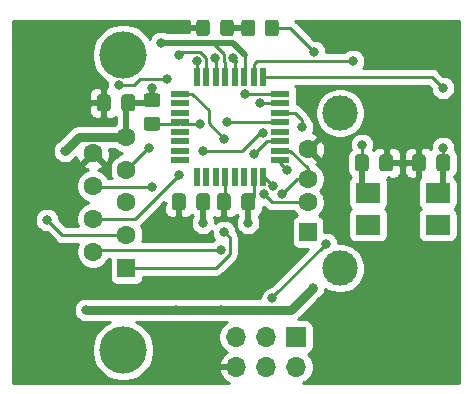
<source format=gbr>
%TF.GenerationSoftware,KiCad,Pcbnew,(5.1.10)-1*%
%TF.CreationDate,2021-11-06T11:37:03+01:00*%
%TF.ProjectId,msx-mouse-adapter,6d73782d-6d6f-4757-9365-2d6164617074,rev?*%
%TF.SameCoordinates,Original*%
%TF.FileFunction,Copper,L2,Bot*%
%TF.FilePolarity,Positive*%
%FSLAX46Y46*%
G04 Gerber Fmt 4.6, Leading zero omitted, Abs format (unit mm)*
G04 Created by KiCad (PCBNEW (5.1.10)-1) date 2021-11-06 11:37:03*
%MOMM*%
%LPD*%
G01*
G04 APERTURE LIST*
%TA.AperFunction,SMDPad,CuDef*%
%ADD10R,0.550000X1.600000*%
%TD*%
%TA.AperFunction,SMDPad,CuDef*%
%ADD11R,1.600000X0.550000*%
%TD*%
%TA.AperFunction,ComponentPad*%
%ADD12C,3.000000*%
%TD*%
%TA.AperFunction,ComponentPad*%
%ADD13R,1.500000X1.600000*%
%TD*%
%TA.AperFunction,ComponentPad*%
%ADD14C,1.600000*%
%TD*%
%TA.AperFunction,ComponentPad*%
%ADD15R,1.700000X1.700000*%
%TD*%
%TA.AperFunction,ComponentPad*%
%ADD16O,1.700000X1.700000*%
%TD*%
%TA.AperFunction,SMDPad,CuDef*%
%ADD17R,2.100000X1.700000*%
%TD*%
%TA.AperFunction,ComponentPad*%
%ADD18C,4.000000*%
%TD*%
%TA.AperFunction,ComponentPad*%
%ADD19R,1.600000X1.600000*%
%TD*%
%TA.AperFunction,ViaPad*%
%ADD20C,0.800000*%
%TD*%
%TA.AperFunction,Conductor*%
%ADD21C,0.250000*%
%TD*%
%TA.AperFunction,Conductor*%
%ADD22C,0.500000*%
%TD*%
%TA.AperFunction,Conductor*%
%ADD23C,0.750000*%
%TD*%
%TA.AperFunction,Conductor*%
%ADD24C,0.254000*%
%TD*%
%TA.AperFunction,Conductor*%
%ADD25C,0.100000*%
%TD*%
G04 APERTURE END LIST*
D10*
%TO.P,U1,1*%
%TO.N,/D3_PWM*%
X134868000Y-39692000D03*
%TO.P,U1,2*%
%TO.N,/D4*%
X135668000Y-39692000D03*
%TO.P,U1,3*%
%TO.N,GND*%
X136468000Y-39692000D03*
%TO.P,U1,4*%
%TO.N,+5V*%
X137268000Y-39692000D03*
%TO.P,U1,5*%
%TO.N,GND*%
X138068000Y-39692000D03*
%TO.P,U1,6*%
%TO.N,+5V*%
X138868000Y-39692000D03*
%TO.P,U1,7*%
%TO.N,Net-(C2-Pad1)*%
X139668000Y-39692000D03*
%TO.P,U1,8*%
%TO.N,Net-(C3-Pad1)*%
X140468000Y-39692000D03*
D11*
%TO.P,U1,9*%
%TO.N,/D5_PWM*%
X141918000Y-41142000D03*
%TO.P,U1,10*%
%TO.N,/ButtonLeft*%
X141918000Y-41942000D03*
%TO.P,U1,11*%
%TO.N,/ButtonRight*%
X141918000Y-42742000D03*
%TO.P,U1,12*%
%TO.N,/D8*%
X141918000Y-43542000D03*
%TO.P,U1,13*%
%TO.N,/D9_PWM*%
X141918000Y-44342000D03*
%TO.P,U1,14*%
%TO.N,/D10_PWM*%
X141918000Y-45142000D03*
%TO.P,U1,15*%
%TO.N,/D11_MOSI*%
X141918000Y-45942000D03*
%TO.P,U1,16*%
%TO.N,/D12_MISO*%
X141918000Y-46742000D03*
D10*
%TO.P,U1,17*%
%TO.N,/D13_SCK*%
X140468000Y-48192000D03*
%TO.P,U1,18*%
%TO.N,+5V*%
X139668000Y-48192000D03*
%TO.P,U1,19*%
%TO.N,/A6*%
X138868000Y-48192000D03*
%TO.P,U1,20*%
%TO.N,Net-(U1-Pad20)*%
X138068000Y-48192000D03*
%TO.P,U1,21*%
%TO.N,GND*%
X137268000Y-48192000D03*
%TO.P,U1,22*%
%TO.N,/A7*%
X136468000Y-48192000D03*
%TO.P,U1,23*%
%TO.N,/A0*%
X135668000Y-48192000D03*
%TO.P,U1,24*%
%TO.N,/A1*%
X134868000Y-48192000D03*
D11*
%TO.P,U1,25*%
%TO.N,/A2*%
X133418000Y-46742000D03*
%TO.P,U1,26*%
%TO.N,/A3*%
X133418000Y-45942000D03*
%TO.P,U1,27*%
%TO.N,/A4*%
X133418000Y-45142000D03*
%TO.P,U1,28*%
%TO.N,/A5*%
X133418000Y-44342000D03*
%TO.P,U1,29*%
%TO.N,/RESET*%
X133418000Y-43542000D03*
%TO.P,U1,30*%
%TO.N,/D0_RX*%
X133418000Y-42742000D03*
%TO.P,U1,31*%
%TO.N,/D1_TX*%
X133418000Y-41942000D03*
%TO.P,U1,32*%
%TO.N,/D2*%
X133418000Y-41142000D03*
%TD*%
D12*
%TO.P,J2,5*%
%TO.N,Net-(J2-Pad5)*%
X146982000Y-55902000D03*
X146982000Y-42762000D03*
D13*
%TO.P,J2,1*%
%TO.N,+5V*%
X144272000Y-52832000D03*
D14*
%TO.P,J2,2*%
%TO.N,/D10_PWM*%
X144272000Y-50332000D03*
%TO.P,J2,3*%
%TO.N,/D11_MOSI*%
X144272000Y-48332000D03*
%TO.P,J2,4*%
%TO.N,GND*%
X144272000Y-45832000D03*
%TD*%
D15*
%TO.P,J3,1*%
%TO.N,/D12_MISO*%
X143256000Y-61722000D03*
D16*
%TO.P,J3,2*%
%TO.N,+5V*%
X143256000Y-64262000D03*
%TO.P,J3,3*%
%TO.N,/D13_SCK*%
X140716000Y-61722000D03*
%TO.P,J3,4*%
%TO.N,/D11_MOSI*%
X140716000Y-64262000D03*
%TO.P,J3,5*%
%TO.N,/RESET*%
X138176000Y-61722000D03*
%TO.P,J3,6*%
%TO.N,GND*%
X138176000Y-64262000D03*
%TD*%
%TO.P,C4,1*%
%TO.N,+5V*%
%TA.AperFunction,SMDPad,CuDef*%
G36*
G01*
X135991000Y-49817000D02*
X135991000Y-50767000D01*
G75*
G02*
X135741000Y-51017000I-250000J0D01*
G01*
X135066000Y-51017000D01*
G75*
G02*
X134816000Y-50767000I0J250000D01*
G01*
X134816000Y-49817000D01*
G75*
G02*
X135066000Y-49567000I250000J0D01*
G01*
X135741000Y-49567000D01*
G75*
G02*
X135991000Y-49817000I0J-250000D01*
G01*
G37*
%TD.AperFunction*%
%TO.P,C4,2*%
%TO.N,GND*%
%TA.AperFunction,SMDPad,CuDef*%
G36*
G01*
X133916000Y-49817000D02*
X133916000Y-50767000D01*
G75*
G02*
X133666000Y-51017000I-250000J0D01*
G01*
X132991000Y-51017000D01*
G75*
G02*
X132741000Y-50767000I0J250000D01*
G01*
X132741000Y-49817000D01*
G75*
G02*
X132991000Y-49567000I250000J0D01*
G01*
X133666000Y-49567000D01*
G75*
G02*
X133916000Y-49817000I0J-250000D01*
G01*
G37*
%TD.AperFunction*%
%TD*%
D17*
%TO.P,Y1,1*%
%TO.N,Net-(C2-Pad1)*%
X149352000Y-49530000D03*
%TO.P,Y1,2*%
%TO.N,Net-(C3-Pad1)*%
X155252000Y-49530000D03*
%TO.P,Y1,3*%
%TO.N,N/C*%
X155252000Y-52230000D03*
%TO.P,Y1,4*%
X149352000Y-52230000D03*
%TD*%
%TO.P,C1,1*%
%TO.N,GND*%
%TA.AperFunction,SMDPad,CuDef*%
G36*
G01*
X136551000Y-50767000D02*
X136551000Y-49817000D01*
G75*
G02*
X136801000Y-49567000I250000J0D01*
G01*
X137476000Y-49567000D01*
G75*
G02*
X137726000Y-49817000I0J-250000D01*
G01*
X137726000Y-50767000D01*
G75*
G02*
X137476000Y-51017000I-250000J0D01*
G01*
X136801000Y-51017000D01*
G75*
G02*
X136551000Y-50767000I0J250000D01*
G01*
G37*
%TD.AperFunction*%
%TO.P,C1,2*%
%TO.N,+5V*%
%TA.AperFunction,SMDPad,CuDef*%
G36*
G01*
X138626000Y-50767000D02*
X138626000Y-49817000D01*
G75*
G02*
X138876000Y-49567000I250000J0D01*
G01*
X139551000Y-49567000D01*
G75*
G02*
X139801000Y-49817000I0J-250000D01*
G01*
X139801000Y-50767000D01*
G75*
G02*
X139551000Y-51017000I-250000J0D01*
G01*
X138876000Y-51017000D01*
G75*
G02*
X138626000Y-50767000I0J250000D01*
G01*
G37*
%TD.AperFunction*%
%TD*%
%TO.P,C2,2*%
%TO.N,GND*%
%TA.AperFunction,SMDPad,CuDef*%
G36*
G01*
X150310000Y-47465000D02*
X150310000Y-46515000D01*
G75*
G02*
X150560000Y-46265000I250000J0D01*
G01*
X151235000Y-46265000D01*
G75*
G02*
X151485000Y-46515000I0J-250000D01*
G01*
X151485000Y-47465000D01*
G75*
G02*
X151235000Y-47715000I-250000J0D01*
G01*
X150560000Y-47715000D01*
G75*
G02*
X150310000Y-47465000I0J250000D01*
G01*
G37*
%TD.AperFunction*%
%TO.P,C2,1*%
%TO.N,Net-(C2-Pad1)*%
%TA.AperFunction,SMDPad,CuDef*%
G36*
G01*
X148235000Y-47465000D02*
X148235000Y-46515000D01*
G75*
G02*
X148485000Y-46265000I250000J0D01*
G01*
X149160000Y-46265000D01*
G75*
G02*
X149410000Y-46515000I0J-250000D01*
G01*
X149410000Y-47465000D01*
G75*
G02*
X149160000Y-47715000I-250000J0D01*
G01*
X148485000Y-47715000D01*
G75*
G02*
X148235000Y-47465000I0J250000D01*
G01*
G37*
%TD.AperFunction*%
%TD*%
%TO.P,C3,1*%
%TO.N,Net-(C3-Pad1)*%
%TA.AperFunction,SMDPad,CuDef*%
G36*
G01*
X156311000Y-46515000D02*
X156311000Y-47465000D01*
G75*
G02*
X156061000Y-47715000I-250000J0D01*
G01*
X155386000Y-47715000D01*
G75*
G02*
X155136000Y-47465000I0J250000D01*
G01*
X155136000Y-46515000D01*
G75*
G02*
X155386000Y-46265000I250000J0D01*
G01*
X156061000Y-46265000D01*
G75*
G02*
X156311000Y-46515000I0J-250000D01*
G01*
G37*
%TD.AperFunction*%
%TO.P,C3,2*%
%TO.N,GND*%
%TA.AperFunction,SMDPad,CuDef*%
G36*
G01*
X154236000Y-46515000D02*
X154236000Y-47465000D01*
G75*
G02*
X153986000Y-47715000I-250000J0D01*
G01*
X153311000Y-47715000D01*
G75*
G02*
X153061000Y-47465000I0J250000D01*
G01*
X153061000Y-46515000D01*
G75*
G02*
X153311000Y-46265000I250000J0D01*
G01*
X153986000Y-46265000D01*
G75*
G02*
X154236000Y-46515000I0J-250000D01*
G01*
G37*
%TD.AperFunction*%
%TD*%
%TO.P,C5,2*%
%TO.N,GND*%
%TA.AperFunction,SMDPad,CuDef*%
G36*
G01*
X127566000Y-41435000D02*
X127566000Y-42385000D01*
G75*
G02*
X127316000Y-42635000I-250000J0D01*
G01*
X126641000Y-42635000D01*
G75*
G02*
X126391000Y-42385000I0J250000D01*
G01*
X126391000Y-41435000D01*
G75*
G02*
X126641000Y-41185000I250000J0D01*
G01*
X127316000Y-41185000D01*
G75*
G02*
X127566000Y-41435000I0J-250000D01*
G01*
G37*
%TD.AperFunction*%
%TO.P,C5,1*%
%TO.N,+5V*%
%TA.AperFunction,SMDPad,CuDef*%
G36*
G01*
X129641000Y-41435000D02*
X129641000Y-42385000D01*
G75*
G02*
X129391000Y-42635000I-250000J0D01*
G01*
X128716000Y-42635000D01*
G75*
G02*
X128466000Y-42385000I0J250000D01*
G01*
X128466000Y-41435000D01*
G75*
G02*
X128716000Y-41185000I250000J0D01*
G01*
X129391000Y-41185000D01*
G75*
G02*
X129641000Y-41435000I0J-250000D01*
G01*
G37*
%TD.AperFunction*%
%TD*%
%TO.P,R1,1*%
%TO.N,+5V*%
%TA.AperFunction,SMDPad,CuDef*%
G36*
G01*
X130613999Y-41072000D02*
X131514001Y-41072000D01*
G75*
G02*
X131764000Y-41321999I0J-249999D01*
G01*
X131764000Y-42022001D01*
G75*
G02*
X131514001Y-42272000I-249999J0D01*
G01*
X130613999Y-42272000D01*
G75*
G02*
X130364000Y-42022001I0J249999D01*
G01*
X130364000Y-41321999D01*
G75*
G02*
X130613999Y-41072000I249999J0D01*
G01*
G37*
%TD.AperFunction*%
%TO.P,R1,2*%
%TO.N,/RESET*%
%TA.AperFunction,SMDPad,CuDef*%
G36*
G01*
X130613999Y-43072000D02*
X131514001Y-43072000D01*
G75*
G02*
X131764000Y-43321999I0J-249999D01*
G01*
X131764000Y-44022001D01*
G75*
G02*
X131514001Y-44272000I-249999J0D01*
G01*
X130613999Y-44272000D01*
G75*
G02*
X130364000Y-44022001I0J249999D01*
G01*
X130364000Y-43321999D01*
G75*
G02*
X130613999Y-43072000I249999J0D01*
G01*
G37*
%TD.AperFunction*%
%TD*%
%TO.P,R2,2*%
%TO.N,/D13_SCK*%
%TA.AperFunction,SMDPad,CuDef*%
G36*
G01*
X140608000Y-36010001D02*
X140608000Y-35109999D01*
G75*
G02*
X140857999Y-34860000I249999J0D01*
G01*
X141558001Y-34860000D01*
G75*
G02*
X141808000Y-35109999I0J-249999D01*
G01*
X141808000Y-36010001D01*
G75*
G02*
X141558001Y-36260000I-249999J0D01*
G01*
X140857999Y-36260000D01*
G75*
G02*
X140608000Y-36010001I0J249999D01*
G01*
G37*
%TD.AperFunction*%
%TO.P,R2,1*%
%TO.N,Net-(D1-Pad2)*%
%TA.AperFunction,SMDPad,CuDef*%
G36*
G01*
X138608000Y-36010001D02*
X138608000Y-35109999D01*
G75*
G02*
X138857999Y-34860000I249999J0D01*
G01*
X139558001Y-34860000D01*
G75*
G02*
X139808000Y-35109999I0J-249999D01*
G01*
X139808000Y-36010001D01*
G75*
G02*
X139558001Y-36260000I-249999J0D01*
G01*
X138857999Y-36260000D01*
G75*
G02*
X138608000Y-36010001I0J249999D01*
G01*
G37*
%TD.AperFunction*%
%TD*%
%TO.P,D1,1*%
%TO.N,GND*%
%TA.AperFunction,SMDPad,CuDef*%
G36*
G01*
X134798000Y-36010001D02*
X134798000Y-35109999D01*
G75*
G02*
X135047999Y-34860000I249999J0D01*
G01*
X135698001Y-34860000D01*
G75*
G02*
X135948000Y-35109999I0J-249999D01*
G01*
X135948000Y-36010001D01*
G75*
G02*
X135698001Y-36260000I-249999J0D01*
G01*
X135047999Y-36260000D01*
G75*
G02*
X134798000Y-36010001I0J249999D01*
G01*
G37*
%TD.AperFunction*%
%TO.P,D1,2*%
%TO.N,Net-(D1-Pad2)*%
%TA.AperFunction,SMDPad,CuDef*%
G36*
G01*
X136848000Y-36010001D02*
X136848000Y-35109999D01*
G75*
G02*
X137097999Y-34860000I249999J0D01*
G01*
X137748001Y-34860000D01*
G75*
G02*
X137998000Y-35109999I0J-249999D01*
G01*
X137998000Y-36010001D01*
G75*
G02*
X137748001Y-36260000I-249999J0D01*
G01*
X137097999Y-36260000D01*
G75*
G02*
X136848000Y-36010001I0J249999D01*
G01*
G37*
%TD.AperFunction*%
%TD*%
D14*
%TO.P,J1,2*%
%TO.N,/D3_PWM*%
X128905000Y-53110000D03*
%TO.P,J1,8*%
%TO.N,/D8*%
X126065000Y-48955000D03*
%TO.P,J1,9*%
%TO.N,GND*%
X126065000Y-46185000D03*
D18*
%TO.P,J1,0*%
%TO.N,N/C*%
X128605000Y-37840000D03*
X128605000Y-62840000D03*
D14*
%TO.P,J1,5*%
%TO.N,+5V*%
X128905000Y-44800000D03*
%TO.P,J1,4*%
%TO.N,/D5_PWM*%
X128905000Y-47570000D03*
%TO.P,J1,7*%
%TO.N,/ButtonRight*%
X126065000Y-51725000D03*
D19*
%TO.P,J1,1*%
%TO.N,/D2*%
X128905000Y-55880000D03*
D14*
%TO.P,J1,3*%
%TO.N,/D4*%
X128905000Y-50340000D03*
%TO.P,J1,6*%
%TO.N,/ButtonLeft*%
X126065000Y-54495000D03*
%TD*%
D20*
%TO.N,GND*%
X136398000Y-38100000D03*
X137922000Y-38100000D03*
X133350000Y-52070000D03*
X134112000Y-35560000D03*
X152654000Y-60198000D03*
%TO.N,+5V*%
X123698000Y-45974000D03*
X125476000Y-59436000D03*
X144681001Y-57559001D03*
X135382000Y-52070000D03*
X133096000Y-59436000D03*
X139192000Y-52070000D03*
X136906000Y-59436000D03*
X131064000Y-40640000D03*
X131826000Y-36830000D03*
%TO.N,/D2*%
X137160000Y-44958000D03*
X137160000Y-52832000D03*
%TO.N,/D3_PWM*%
X134869347Y-38358653D03*
X122174000Y-51816000D03*
%TO.N,/D4*%
X128265818Y-40417784D03*
X133340694Y-37855306D03*
X132370999Y-39914999D03*
%TO.N,/D5_PWM*%
X130810000Y-45720000D03*
X138938000Y-41148000D03*
%TO.N,/ButtonLeft*%
X140208000Y-41910000D03*
X136905999Y-54356000D03*
%TO.N,/ButtonRight*%
X133350000Y-48006000D03*
X135382000Y-45974000D03*
X140462000Y-44450000D03*
X143764000Y-43942000D03*
%TO.N,/D8*%
X137379999Y-43542000D03*
X131064000Y-49022000D03*
%TO.N,/D10_PWM*%
X139700000Y-46228000D03*
X140589000Y-49657000D03*
%TO.N,/D11_MOSI*%
X142039001Y-49607000D03*
%TO.N,/D12_MISO*%
X142511314Y-47607000D03*
%TO.N,/D13_SCK*%
X144780000Y-37592000D03*
X145796000Y-53848000D03*
X141261000Y-58461000D03*
X141290279Y-48944113D03*
%TO.N,/RESET*%
X135128000Y-43688000D03*
%TO.N,Net-(C2-Pad1)*%
X148844000Y-45466000D03*
X148082000Y-38354000D03*
%TO.N,Net-(C3-Pad1)*%
X155702000Y-40640000D03*
X155702000Y-45720000D03*
%TD*%
D21*
%TO.N,GND*%
X136468000Y-38170000D02*
X136398000Y-38100000D01*
X136468000Y-39692000D02*
X136468000Y-38170000D01*
X138068000Y-38246000D02*
X137922000Y-38100000D01*
X138068000Y-39692000D02*
X138068000Y-38246000D01*
X133328500Y-52048500D02*
X133350000Y-52070000D01*
X133328500Y-50292000D02*
X133328500Y-52048500D01*
X137268000Y-50162500D02*
X137138500Y-50292000D01*
X137268000Y-48192000D02*
X137268000Y-50162500D01*
X135373000Y-35560000D02*
X134112000Y-35560000D01*
D22*
%TO.N,+5V*%
X128905000Y-42058500D02*
X129053500Y-41910000D01*
X128905000Y-44800000D02*
X128905000Y-42058500D01*
D21*
X139668000Y-49837500D02*
X139213500Y-50292000D01*
X139668000Y-48192000D02*
X139668000Y-49837500D01*
D23*
X124872000Y-44800000D02*
X123698000Y-45974000D01*
X128905000Y-44800000D02*
X124872000Y-44800000D01*
X142804002Y-59436000D02*
X144681001Y-57559001D01*
D22*
X135403500Y-52048500D02*
X135382000Y-52070000D01*
X135403500Y-50292000D02*
X135403500Y-52048500D01*
D23*
X125476000Y-59436000D02*
X133096000Y-59436000D01*
D22*
X130826000Y-41910000D02*
X131064000Y-41672000D01*
X129053500Y-41910000D02*
X130826000Y-41910000D01*
D21*
X137268000Y-39692000D02*
X137196999Y-39620999D01*
D22*
X139213500Y-52048500D02*
X139192000Y-52070000D01*
X139213500Y-50292000D02*
X139213500Y-52048500D01*
D23*
X136906000Y-59436000D02*
X142804002Y-59436000D01*
X133096000Y-59436000D02*
X136906000Y-59436000D01*
D22*
X131064000Y-41672000D02*
X131064000Y-40640000D01*
X137922000Y-36830000D02*
X138938000Y-37846000D01*
D21*
X137123001Y-37751999D02*
X136201002Y-36830000D01*
X136201002Y-36830000D02*
X136144000Y-36830000D01*
X137123001Y-38374003D02*
X137123001Y-37751999D01*
X137268000Y-38519002D02*
X137123001Y-38374003D01*
X137268000Y-39692000D02*
X137268000Y-38519002D01*
D22*
X136144000Y-36830000D02*
X137922000Y-36830000D01*
X131826000Y-36830000D02*
X136144000Y-36830000D01*
D21*
X138938000Y-39622000D02*
X138868000Y-39692000D01*
X138938000Y-37846000D02*
X138938000Y-39622000D01*
D22*
%TO.N,/D13_SCK*%
X140997966Y-35560000D02*
X141208000Y-35560000D01*
%TO.N,Net-(D1-Pad2)*%
X137423000Y-35560000D02*
X139208000Y-35560000D01*
D21*
%TO.N,/D2*%
X135853001Y-43651001D02*
X137160000Y-44958000D01*
X135853001Y-42527001D02*
X135853001Y-43651001D01*
X134468000Y-41142000D02*
X135853001Y-42527001D01*
X133418000Y-41142000D02*
X134468000Y-41142000D01*
X136455001Y-55880000D02*
X128905000Y-55880000D01*
X137631000Y-54704001D02*
X136455001Y-55880000D01*
X137631000Y-53303000D02*
X137631000Y-54704001D01*
X137160000Y-52832000D02*
X137631000Y-53303000D01*
%TO.N,/D3_PWM*%
X134868000Y-38360000D02*
X134869347Y-38358653D01*
X134868000Y-39692000D02*
X134868000Y-38360000D01*
X123468000Y-53110000D02*
X128905000Y-53110000D01*
X122174000Y-51816000D02*
X123468000Y-53110000D01*
%TO.N,/D4*%
X135668000Y-39692000D02*
X135668000Y-38132000D01*
X135668000Y-38132000D02*
X135128000Y-37592000D01*
X128297602Y-40386000D02*
X128265818Y-40417784D01*
X135128000Y-37592000D02*
X133858000Y-37592000D01*
X130011001Y-39914999D02*
X129540000Y-40386000D01*
X131877606Y-39914999D02*
X130011001Y-39914999D01*
X129540000Y-40386000D02*
X128297602Y-40386000D01*
X133604000Y-37592000D02*
X133340694Y-37855306D01*
X133858000Y-37592000D02*
X133604000Y-37592000D01*
X131877606Y-39914999D02*
X132370999Y-39914999D01*
%TO.N,/D5_PWM*%
X130755000Y-45720000D02*
X130810000Y-45720000D01*
X128905000Y-47570000D02*
X130755000Y-45720000D01*
X141912000Y-41148000D02*
X141918000Y-41142000D01*
X141875001Y-41184999D02*
X141918000Y-41142000D01*
X138974999Y-41184999D02*
X141875001Y-41184999D01*
X138938000Y-41148000D02*
X138974999Y-41184999D01*
%TO.N,/ButtonLeft*%
X140240000Y-41942000D02*
X140208000Y-41910000D01*
X141918000Y-41942000D02*
X140240000Y-41942000D01*
X126204000Y-54356000D02*
X126065000Y-54495000D01*
X136905999Y-54356000D02*
X126204000Y-54356000D01*
%TO.N,/ButtonRight*%
X129631000Y-51725000D02*
X133350000Y-48006000D01*
X126065000Y-51725000D02*
X129631000Y-51725000D01*
X135382000Y-45974000D02*
X138684000Y-45974000D01*
X140208000Y-44450000D02*
X140462000Y-44450000D01*
X138684000Y-45974000D02*
X140208000Y-44450000D01*
X143129685Y-42742000D02*
X141918000Y-42742000D01*
X143764000Y-43376315D02*
X143129685Y-42742000D01*
X143764000Y-43942000D02*
X143764000Y-43376315D01*
%TO.N,/D8*%
X141918000Y-43542000D02*
X137379999Y-43542000D01*
X126132000Y-49022000D02*
X126065000Y-48955000D01*
X131064000Y-49022000D02*
X126132000Y-49022000D01*
%TO.N,/D10_PWM*%
X140786000Y-45142000D02*
X141918000Y-45142000D01*
X139700000Y-46228000D02*
X140786000Y-45142000D01*
X141264000Y-50332000D02*
X140589000Y-49657000D01*
X144272000Y-50332000D02*
X141264000Y-50332000D01*
%TO.N,/D11_MOSI*%
X142778002Y-45942000D02*
X144272000Y-47435998D01*
X144272000Y-47435998D02*
X144272000Y-48332000D01*
X141918000Y-45942000D02*
X142778002Y-45942000D01*
X143314001Y-48332000D02*
X144272000Y-48332000D01*
X142039001Y-49607000D02*
X143314001Y-48332000D01*
%TO.N,/D12_MISO*%
X141918000Y-47013686D02*
X142511314Y-47607000D01*
X141918000Y-46742000D02*
X141918000Y-47013686D01*
%TO.N,/D13_SCK*%
X140468000Y-48192000D02*
X140468000Y-48220948D01*
X142748000Y-35560000D02*
X144780000Y-37592000D01*
X141208000Y-35560000D02*
X142748000Y-35560000D01*
X141261000Y-58383000D02*
X141261000Y-58461000D01*
X145796000Y-53848000D02*
X141261000Y-58383000D01*
X140538166Y-48192000D02*
X141290279Y-48944113D01*
X140468000Y-48192000D02*
X140538166Y-48192000D01*
%TO.N,/RESET*%
X133288000Y-43672000D02*
X133418000Y-43542000D01*
X131064000Y-43672000D02*
X133288000Y-43672000D01*
X133564000Y-43688000D02*
X133418000Y-43542000D01*
X135128000Y-43688000D02*
X133564000Y-43688000D01*
D22*
%TO.N,Net-(C2-Pad1)*%
X148822500Y-49000500D02*
X149352000Y-49530000D01*
X148822500Y-46990000D02*
X148822500Y-49000500D01*
D21*
X148822500Y-45487500D02*
X148844000Y-45466000D01*
X148822500Y-46990000D02*
X148822500Y-45487500D01*
X139668000Y-38642000D02*
X139668000Y-39692000D01*
X139956000Y-38354000D02*
X139668000Y-38642000D01*
X148082000Y-38354000D02*
X139956000Y-38354000D01*
D22*
%TO.N,Net-(C3-Pad1)*%
X155723500Y-49058500D02*
X155252000Y-49530000D01*
X155723500Y-46990000D02*
X155723500Y-49058500D01*
D21*
X154754000Y-39692000D02*
X155702000Y-40640000D01*
X140468000Y-39692000D02*
X154754000Y-39692000D01*
X155702000Y-46968500D02*
X155723500Y-46990000D01*
X155702000Y-45720000D02*
X155702000Y-46968500D01*
%TD*%
D24*
%TO.N,GND*%
X157074001Y-65634000D02*
X143824190Y-65634000D01*
X143959411Y-65577990D01*
X144202632Y-65415475D01*
X144409475Y-65208632D01*
X144571990Y-64965411D01*
X144683932Y-64695158D01*
X144741000Y-64408260D01*
X144741000Y-64115740D01*
X144683932Y-63828842D01*
X144571990Y-63558589D01*
X144409475Y-63315368D01*
X144277620Y-63183513D01*
X144350180Y-63161502D01*
X144460494Y-63102537D01*
X144557185Y-63023185D01*
X144636537Y-62926494D01*
X144695502Y-62816180D01*
X144731812Y-62696482D01*
X144744072Y-62572000D01*
X144744072Y-60872000D01*
X144731812Y-60747518D01*
X144695502Y-60627820D01*
X144636537Y-60517506D01*
X144557185Y-60420815D01*
X144460494Y-60341463D01*
X144350180Y-60282498D01*
X144230482Y-60246188D01*
X144106000Y-60233928D01*
X143423795Y-60233928D01*
X143521635Y-60153633D01*
X143553263Y-60115094D01*
X145234227Y-58434131D01*
X145340775Y-58362938D01*
X145484938Y-58218775D01*
X145598206Y-58049257D01*
X145676227Y-57860899D01*
X145716001Y-57660940D01*
X145716001Y-57623829D01*
X145970698Y-57794012D01*
X146359244Y-57954953D01*
X146771721Y-58037000D01*
X147192279Y-58037000D01*
X147604756Y-57954953D01*
X147993302Y-57794012D01*
X148342983Y-57560363D01*
X148640363Y-57262983D01*
X148874012Y-56913302D01*
X149034953Y-56524756D01*
X149117000Y-56112279D01*
X149117000Y-55691721D01*
X149034953Y-55279244D01*
X148874012Y-54890698D01*
X148640363Y-54541017D01*
X148342983Y-54243637D01*
X147993302Y-54009988D01*
X147604756Y-53849047D01*
X147192279Y-53767000D01*
X146831000Y-53767000D01*
X146831000Y-53746061D01*
X146791226Y-53546102D01*
X146713205Y-53357744D01*
X146599937Y-53188226D01*
X146455774Y-53044063D01*
X146286256Y-52930795D01*
X146097898Y-52852774D01*
X145897939Y-52813000D01*
X145694061Y-52813000D01*
X145660072Y-52819761D01*
X145660072Y-52032000D01*
X145647812Y-51907518D01*
X145611502Y-51787820D01*
X145552537Y-51677506D01*
X145473185Y-51580815D01*
X145376494Y-51501463D01*
X145266180Y-51442498D01*
X145208419Y-51424977D01*
X145386637Y-51246759D01*
X145543680Y-51011727D01*
X145651853Y-50750574D01*
X145707000Y-50473335D01*
X145707000Y-50190665D01*
X145651853Y-49913426D01*
X145543680Y-49652273D01*
X145386637Y-49417241D01*
X145301396Y-49332000D01*
X145386637Y-49246759D01*
X145543680Y-49011727D01*
X145651853Y-48750574D01*
X145707000Y-48473335D01*
X145707000Y-48190665D01*
X145651853Y-47913426D01*
X145543680Y-47652273D01*
X145386637Y-47417241D01*
X145186759Y-47217363D01*
X144986131Y-47083308D01*
X145013514Y-47068671D01*
X145085097Y-46824702D01*
X144272000Y-46011605D01*
X144257858Y-46025748D01*
X144078253Y-45846143D01*
X144092395Y-45832000D01*
X144451605Y-45832000D01*
X145264702Y-46645097D01*
X145508671Y-46573514D01*
X145536358Y-46515000D01*
X147596928Y-46515000D01*
X147596928Y-47465000D01*
X147613992Y-47638254D01*
X147664528Y-47804850D01*
X147746595Y-47958386D01*
X147857038Y-48092962D01*
X147936696Y-48158335D01*
X147850815Y-48228815D01*
X147771463Y-48325506D01*
X147712498Y-48435820D01*
X147676188Y-48555518D01*
X147663928Y-48680000D01*
X147663928Y-50380000D01*
X147676188Y-50504482D01*
X147712498Y-50624180D01*
X147771463Y-50734494D01*
X147850815Y-50831185D01*
X147910296Y-50880000D01*
X147850815Y-50928815D01*
X147771463Y-51025506D01*
X147712498Y-51135820D01*
X147676188Y-51255518D01*
X147663928Y-51380000D01*
X147663928Y-53080000D01*
X147676188Y-53204482D01*
X147712498Y-53324180D01*
X147771463Y-53434494D01*
X147850815Y-53531185D01*
X147947506Y-53610537D01*
X148057820Y-53669502D01*
X148177518Y-53705812D01*
X148302000Y-53718072D01*
X150402000Y-53718072D01*
X150526482Y-53705812D01*
X150646180Y-53669502D01*
X150756494Y-53610537D01*
X150853185Y-53531185D01*
X150932537Y-53434494D01*
X150991502Y-53324180D01*
X151027812Y-53204482D01*
X151040072Y-53080000D01*
X151040072Y-51380000D01*
X151027812Y-51255518D01*
X150991502Y-51135820D01*
X150932537Y-51025506D01*
X150853185Y-50928815D01*
X150793704Y-50880000D01*
X150853185Y-50831185D01*
X150932537Y-50734494D01*
X150991502Y-50624180D01*
X151027812Y-50504482D01*
X151040072Y-50380000D01*
X151040072Y-48680000D01*
X153563928Y-48680000D01*
X153563928Y-50380000D01*
X153576188Y-50504482D01*
X153612498Y-50624180D01*
X153671463Y-50734494D01*
X153750815Y-50831185D01*
X153810296Y-50880000D01*
X153750815Y-50928815D01*
X153671463Y-51025506D01*
X153612498Y-51135820D01*
X153576188Y-51255518D01*
X153563928Y-51380000D01*
X153563928Y-53080000D01*
X153576188Y-53204482D01*
X153612498Y-53324180D01*
X153671463Y-53434494D01*
X153750815Y-53531185D01*
X153847506Y-53610537D01*
X153957820Y-53669502D01*
X154077518Y-53705812D01*
X154202000Y-53718072D01*
X156302000Y-53718072D01*
X156426482Y-53705812D01*
X156546180Y-53669502D01*
X156656494Y-53610537D01*
X156753185Y-53531185D01*
X156832537Y-53434494D01*
X156891502Y-53324180D01*
X156927812Y-53204482D01*
X156940072Y-53080000D01*
X156940072Y-51380000D01*
X156927812Y-51255518D01*
X156891502Y-51135820D01*
X156832537Y-51025506D01*
X156753185Y-50928815D01*
X156693704Y-50880000D01*
X156753185Y-50831185D01*
X156832537Y-50734494D01*
X156891502Y-50624180D01*
X156927812Y-50504482D01*
X156940072Y-50380000D01*
X156940072Y-48680000D01*
X156927812Y-48555518D01*
X156891502Y-48435820D01*
X156832537Y-48325506D01*
X156753185Y-48228815D01*
X156656494Y-48149463D01*
X156634464Y-48137687D01*
X156688962Y-48092962D01*
X156799405Y-47958386D01*
X156881472Y-47804850D01*
X156932008Y-47638254D01*
X156949072Y-47465000D01*
X156949072Y-46515000D01*
X156932008Y-46341746D01*
X156881472Y-46175150D01*
X156799405Y-46021614D01*
X156717206Y-45921453D01*
X156737000Y-45821939D01*
X156737000Y-45618061D01*
X156697226Y-45418102D01*
X156619205Y-45229744D01*
X156505937Y-45060226D01*
X156361774Y-44916063D01*
X156192256Y-44802795D01*
X156003898Y-44724774D01*
X155803939Y-44685000D01*
X155600061Y-44685000D01*
X155400102Y-44724774D01*
X155211744Y-44802795D01*
X155042226Y-44916063D01*
X154898063Y-45060226D01*
X154784795Y-45229744D01*
X154706774Y-45418102D01*
X154667000Y-45618061D01*
X154667000Y-45797250D01*
X154590494Y-45734463D01*
X154480180Y-45675498D01*
X154360482Y-45639188D01*
X154236000Y-45626928D01*
X153934250Y-45630000D01*
X153775500Y-45788750D01*
X153775500Y-46863000D01*
X153795500Y-46863000D01*
X153795500Y-47117000D01*
X153775500Y-47117000D01*
X153775500Y-48191250D01*
X153785006Y-48200756D01*
X153750815Y-48228815D01*
X153671463Y-48325506D01*
X153612498Y-48435820D01*
X153576188Y-48555518D01*
X153563928Y-48680000D01*
X151040072Y-48680000D01*
X151027812Y-48555518D01*
X150991502Y-48435820D01*
X150945630Y-48350000D01*
X151024502Y-48350000D01*
X151024502Y-48191252D01*
X151183250Y-48350000D01*
X151485000Y-48353072D01*
X151609482Y-48340812D01*
X151729180Y-48304502D01*
X151839494Y-48245537D01*
X151936185Y-48166185D01*
X152015537Y-48069494D01*
X152074502Y-47959180D01*
X152110812Y-47839482D01*
X152123072Y-47715000D01*
X152422928Y-47715000D01*
X152435188Y-47839482D01*
X152471498Y-47959180D01*
X152530463Y-48069494D01*
X152609815Y-48166185D01*
X152706506Y-48245537D01*
X152816820Y-48304502D01*
X152936518Y-48340812D01*
X153061000Y-48353072D01*
X153362750Y-48350000D01*
X153521500Y-48191250D01*
X153521500Y-47117000D01*
X152584750Y-47117000D01*
X152426000Y-47275750D01*
X152422928Y-47715000D01*
X152123072Y-47715000D01*
X152120000Y-47275750D01*
X151961250Y-47117000D01*
X151024500Y-47117000D01*
X151024500Y-47137000D01*
X150770500Y-47137000D01*
X150770500Y-47117000D01*
X150750500Y-47117000D01*
X150750500Y-46863000D01*
X150770500Y-46863000D01*
X150770500Y-45788750D01*
X151024500Y-45788750D01*
X151024500Y-46863000D01*
X151961250Y-46863000D01*
X152120000Y-46704250D01*
X152123072Y-46265000D01*
X152422928Y-46265000D01*
X152426000Y-46704250D01*
X152584750Y-46863000D01*
X153521500Y-46863000D01*
X153521500Y-45788750D01*
X153362750Y-45630000D01*
X153061000Y-45626928D01*
X152936518Y-45639188D01*
X152816820Y-45675498D01*
X152706506Y-45734463D01*
X152609815Y-45813815D01*
X152530463Y-45910506D01*
X152471498Y-46020820D01*
X152435188Y-46140518D01*
X152422928Y-46265000D01*
X152123072Y-46265000D01*
X152110812Y-46140518D01*
X152074502Y-46020820D01*
X152015537Y-45910506D01*
X151936185Y-45813815D01*
X151839494Y-45734463D01*
X151729180Y-45675498D01*
X151609482Y-45639188D01*
X151485000Y-45626928D01*
X151183250Y-45630000D01*
X151024500Y-45788750D01*
X150770500Y-45788750D01*
X150611750Y-45630000D01*
X150310000Y-45626928D01*
X150185518Y-45639188D01*
X150065820Y-45675498D01*
X149955506Y-45734463D01*
X149858815Y-45813815D01*
X149793342Y-45893594D01*
X149789234Y-45888588D01*
X149839226Y-45767898D01*
X149879000Y-45567939D01*
X149879000Y-45364061D01*
X149839226Y-45164102D01*
X149761205Y-44975744D01*
X149647937Y-44806226D01*
X149503774Y-44662063D01*
X149334256Y-44548795D01*
X149145898Y-44470774D01*
X148945939Y-44431000D01*
X148742061Y-44431000D01*
X148542102Y-44470774D01*
X148353744Y-44548795D01*
X148184226Y-44662063D01*
X148040063Y-44806226D01*
X147926795Y-44975744D01*
X147848774Y-45164102D01*
X147809000Y-45364061D01*
X147809000Y-45567939D01*
X147848774Y-45767898D01*
X147887700Y-45861874D01*
X147857038Y-45887038D01*
X147746595Y-46021614D01*
X147664528Y-46175150D01*
X147613992Y-46341746D01*
X147596928Y-46515000D01*
X145536358Y-46515000D01*
X145629571Y-46318004D01*
X145698300Y-46043816D01*
X145712217Y-45761488D01*
X145670787Y-45481870D01*
X145575603Y-45215708D01*
X145508671Y-45090486D01*
X145264702Y-45018903D01*
X144451605Y-45832000D01*
X144092395Y-45832000D01*
X144078253Y-45817858D01*
X144257858Y-45638253D01*
X144272000Y-45652395D01*
X145085097Y-44839298D01*
X145013514Y-44595329D01*
X144758004Y-44474429D01*
X144668086Y-44451890D01*
X144681205Y-44432256D01*
X144759226Y-44243898D01*
X144799000Y-44043939D01*
X144799000Y-43840061D01*
X144759226Y-43640102D01*
X144681205Y-43451744D01*
X144567937Y-43282226D01*
X144512987Y-43227276D01*
X144469546Y-43084068D01*
X144460424Y-43067002D01*
X144398974Y-42952038D01*
X144327799Y-42865312D01*
X144304001Y-42836314D01*
X144275002Y-42812515D01*
X144014208Y-42551721D01*
X144847000Y-42551721D01*
X144847000Y-42972279D01*
X144929047Y-43384756D01*
X145089988Y-43773302D01*
X145323637Y-44122983D01*
X145621017Y-44420363D01*
X145970698Y-44654012D01*
X146359244Y-44814953D01*
X146771721Y-44897000D01*
X147192279Y-44897000D01*
X147604756Y-44814953D01*
X147993302Y-44654012D01*
X148342983Y-44420363D01*
X148640363Y-44122983D01*
X148874012Y-43773302D01*
X149034953Y-43384756D01*
X149117000Y-42972279D01*
X149117000Y-42551721D01*
X149034953Y-42139244D01*
X148874012Y-41750698D01*
X148640363Y-41401017D01*
X148342983Y-41103637D01*
X147993302Y-40869988D01*
X147604756Y-40709047D01*
X147192279Y-40627000D01*
X146771721Y-40627000D01*
X146359244Y-40709047D01*
X145970698Y-40869988D01*
X145621017Y-41103637D01*
X145323637Y-41401017D01*
X145089988Y-41750698D01*
X144929047Y-42139244D01*
X144847000Y-42551721D01*
X144014208Y-42551721D01*
X143693488Y-42231002D01*
X143669686Y-42201999D01*
X143553961Y-42107026D01*
X143421932Y-42036454D01*
X143356072Y-42016476D01*
X143356072Y-41667000D01*
X143343812Y-41542518D01*
X143343655Y-41542000D01*
X143343812Y-41541482D01*
X143356072Y-41417000D01*
X143356072Y-40867000D01*
X143343812Y-40742518D01*
X143307502Y-40622820D01*
X143248537Y-40512506D01*
X143198881Y-40452000D01*
X154439199Y-40452000D01*
X154667000Y-40679802D01*
X154667000Y-40741939D01*
X154706774Y-40941898D01*
X154784795Y-41130256D01*
X154898063Y-41299774D01*
X155042226Y-41443937D01*
X155211744Y-41557205D01*
X155400102Y-41635226D01*
X155600061Y-41675000D01*
X155803939Y-41675000D01*
X156003898Y-41635226D01*
X156192256Y-41557205D01*
X156361774Y-41443937D01*
X156505937Y-41299774D01*
X156619205Y-41130256D01*
X156697226Y-40941898D01*
X156737000Y-40741939D01*
X156737000Y-40538061D01*
X156697226Y-40338102D01*
X156619205Y-40149744D01*
X156505937Y-39980226D01*
X156361774Y-39836063D01*
X156192256Y-39722795D01*
X156003898Y-39644774D01*
X155803939Y-39605000D01*
X155741802Y-39605000D01*
X155317803Y-39181002D01*
X155294001Y-39151999D01*
X155178276Y-39057026D01*
X155046247Y-38986454D01*
X154902986Y-38942997D01*
X154791333Y-38932000D01*
X154791322Y-38932000D01*
X154754000Y-38928324D01*
X154716678Y-38932000D01*
X148940576Y-38932000D01*
X148999205Y-38844256D01*
X149077226Y-38655898D01*
X149117000Y-38455939D01*
X149117000Y-38252061D01*
X149077226Y-38052102D01*
X148999205Y-37863744D01*
X148885937Y-37694226D01*
X148741774Y-37550063D01*
X148572256Y-37436795D01*
X148383898Y-37358774D01*
X148183939Y-37319000D01*
X147980061Y-37319000D01*
X147780102Y-37358774D01*
X147591744Y-37436795D01*
X147422226Y-37550063D01*
X147378289Y-37594000D01*
X145815000Y-37594000D01*
X145815000Y-37490061D01*
X145775226Y-37290102D01*
X145697205Y-37101744D01*
X145583937Y-36932226D01*
X145439774Y-36788063D01*
X145270256Y-36674795D01*
X145081898Y-36596774D01*
X144881939Y-36557000D01*
X144819802Y-36557000D01*
X143311804Y-35049003D01*
X143288001Y-35019999D01*
X143202707Y-34950000D01*
X157074000Y-34950000D01*
X157074001Y-65634000D01*
%TA.AperFunction,Conductor*%
D25*
G36*
X157074001Y-65634000D02*
G01*
X143824190Y-65634000D01*
X143959411Y-65577990D01*
X144202632Y-65415475D01*
X144409475Y-65208632D01*
X144571990Y-64965411D01*
X144683932Y-64695158D01*
X144741000Y-64408260D01*
X144741000Y-64115740D01*
X144683932Y-63828842D01*
X144571990Y-63558589D01*
X144409475Y-63315368D01*
X144277620Y-63183513D01*
X144350180Y-63161502D01*
X144460494Y-63102537D01*
X144557185Y-63023185D01*
X144636537Y-62926494D01*
X144695502Y-62816180D01*
X144731812Y-62696482D01*
X144744072Y-62572000D01*
X144744072Y-60872000D01*
X144731812Y-60747518D01*
X144695502Y-60627820D01*
X144636537Y-60517506D01*
X144557185Y-60420815D01*
X144460494Y-60341463D01*
X144350180Y-60282498D01*
X144230482Y-60246188D01*
X144106000Y-60233928D01*
X143423795Y-60233928D01*
X143521635Y-60153633D01*
X143553263Y-60115094D01*
X145234227Y-58434131D01*
X145340775Y-58362938D01*
X145484938Y-58218775D01*
X145598206Y-58049257D01*
X145676227Y-57860899D01*
X145716001Y-57660940D01*
X145716001Y-57623829D01*
X145970698Y-57794012D01*
X146359244Y-57954953D01*
X146771721Y-58037000D01*
X147192279Y-58037000D01*
X147604756Y-57954953D01*
X147993302Y-57794012D01*
X148342983Y-57560363D01*
X148640363Y-57262983D01*
X148874012Y-56913302D01*
X149034953Y-56524756D01*
X149117000Y-56112279D01*
X149117000Y-55691721D01*
X149034953Y-55279244D01*
X148874012Y-54890698D01*
X148640363Y-54541017D01*
X148342983Y-54243637D01*
X147993302Y-54009988D01*
X147604756Y-53849047D01*
X147192279Y-53767000D01*
X146831000Y-53767000D01*
X146831000Y-53746061D01*
X146791226Y-53546102D01*
X146713205Y-53357744D01*
X146599937Y-53188226D01*
X146455774Y-53044063D01*
X146286256Y-52930795D01*
X146097898Y-52852774D01*
X145897939Y-52813000D01*
X145694061Y-52813000D01*
X145660072Y-52819761D01*
X145660072Y-52032000D01*
X145647812Y-51907518D01*
X145611502Y-51787820D01*
X145552537Y-51677506D01*
X145473185Y-51580815D01*
X145376494Y-51501463D01*
X145266180Y-51442498D01*
X145208419Y-51424977D01*
X145386637Y-51246759D01*
X145543680Y-51011727D01*
X145651853Y-50750574D01*
X145707000Y-50473335D01*
X145707000Y-50190665D01*
X145651853Y-49913426D01*
X145543680Y-49652273D01*
X145386637Y-49417241D01*
X145301396Y-49332000D01*
X145386637Y-49246759D01*
X145543680Y-49011727D01*
X145651853Y-48750574D01*
X145707000Y-48473335D01*
X145707000Y-48190665D01*
X145651853Y-47913426D01*
X145543680Y-47652273D01*
X145386637Y-47417241D01*
X145186759Y-47217363D01*
X144986131Y-47083308D01*
X145013514Y-47068671D01*
X145085097Y-46824702D01*
X144272000Y-46011605D01*
X144257858Y-46025748D01*
X144078253Y-45846143D01*
X144092395Y-45832000D01*
X144451605Y-45832000D01*
X145264702Y-46645097D01*
X145508671Y-46573514D01*
X145536358Y-46515000D01*
X147596928Y-46515000D01*
X147596928Y-47465000D01*
X147613992Y-47638254D01*
X147664528Y-47804850D01*
X147746595Y-47958386D01*
X147857038Y-48092962D01*
X147936696Y-48158335D01*
X147850815Y-48228815D01*
X147771463Y-48325506D01*
X147712498Y-48435820D01*
X147676188Y-48555518D01*
X147663928Y-48680000D01*
X147663928Y-50380000D01*
X147676188Y-50504482D01*
X147712498Y-50624180D01*
X147771463Y-50734494D01*
X147850815Y-50831185D01*
X147910296Y-50880000D01*
X147850815Y-50928815D01*
X147771463Y-51025506D01*
X147712498Y-51135820D01*
X147676188Y-51255518D01*
X147663928Y-51380000D01*
X147663928Y-53080000D01*
X147676188Y-53204482D01*
X147712498Y-53324180D01*
X147771463Y-53434494D01*
X147850815Y-53531185D01*
X147947506Y-53610537D01*
X148057820Y-53669502D01*
X148177518Y-53705812D01*
X148302000Y-53718072D01*
X150402000Y-53718072D01*
X150526482Y-53705812D01*
X150646180Y-53669502D01*
X150756494Y-53610537D01*
X150853185Y-53531185D01*
X150932537Y-53434494D01*
X150991502Y-53324180D01*
X151027812Y-53204482D01*
X151040072Y-53080000D01*
X151040072Y-51380000D01*
X151027812Y-51255518D01*
X150991502Y-51135820D01*
X150932537Y-51025506D01*
X150853185Y-50928815D01*
X150793704Y-50880000D01*
X150853185Y-50831185D01*
X150932537Y-50734494D01*
X150991502Y-50624180D01*
X151027812Y-50504482D01*
X151040072Y-50380000D01*
X151040072Y-48680000D01*
X153563928Y-48680000D01*
X153563928Y-50380000D01*
X153576188Y-50504482D01*
X153612498Y-50624180D01*
X153671463Y-50734494D01*
X153750815Y-50831185D01*
X153810296Y-50880000D01*
X153750815Y-50928815D01*
X153671463Y-51025506D01*
X153612498Y-51135820D01*
X153576188Y-51255518D01*
X153563928Y-51380000D01*
X153563928Y-53080000D01*
X153576188Y-53204482D01*
X153612498Y-53324180D01*
X153671463Y-53434494D01*
X153750815Y-53531185D01*
X153847506Y-53610537D01*
X153957820Y-53669502D01*
X154077518Y-53705812D01*
X154202000Y-53718072D01*
X156302000Y-53718072D01*
X156426482Y-53705812D01*
X156546180Y-53669502D01*
X156656494Y-53610537D01*
X156753185Y-53531185D01*
X156832537Y-53434494D01*
X156891502Y-53324180D01*
X156927812Y-53204482D01*
X156940072Y-53080000D01*
X156940072Y-51380000D01*
X156927812Y-51255518D01*
X156891502Y-51135820D01*
X156832537Y-51025506D01*
X156753185Y-50928815D01*
X156693704Y-50880000D01*
X156753185Y-50831185D01*
X156832537Y-50734494D01*
X156891502Y-50624180D01*
X156927812Y-50504482D01*
X156940072Y-50380000D01*
X156940072Y-48680000D01*
X156927812Y-48555518D01*
X156891502Y-48435820D01*
X156832537Y-48325506D01*
X156753185Y-48228815D01*
X156656494Y-48149463D01*
X156634464Y-48137687D01*
X156688962Y-48092962D01*
X156799405Y-47958386D01*
X156881472Y-47804850D01*
X156932008Y-47638254D01*
X156949072Y-47465000D01*
X156949072Y-46515000D01*
X156932008Y-46341746D01*
X156881472Y-46175150D01*
X156799405Y-46021614D01*
X156717206Y-45921453D01*
X156737000Y-45821939D01*
X156737000Y-45618061D01*
X156697226Y-45418102D01*
X156619205Y-45229744D01*
X156505937Y-45060226D01*
X156361774Y-44916063D01*
X156192256Y-44802795D01*
X156003898Y-44724774D01*
X155803939Y-44685000D01*
X155600061Y-44685000D01*
X155400102Y-44724774D01*
X155211744Y-44802795D01*
X155042226Y-44916063D01*
X154898063Y-45060226D01*
X154784795Y-45229744D01*
X154706774Y-45418102D01*
X154667000Y-45618061D01*
X154667000Y-45797250D01*
X154590494Y-45734463D01*
X154480180Y-45675498D01*
X154360482Y-45639188D01*
X154236000Y-45626928D01*
X153934250Y-45630000D01*
X153775500Y-45788750D01*
X153775500Y-46863000D01*
X153795500Y-46863000D01*
X153795500Y-47117000D01*
X153775500Y-47117000D01*
X153775500Y-48191250D01*
X153785006Y-48200756D01*
X153750815Y-48228815D01*
X153671463Y-48325506D01*
X153612498Y-48435820D01*
X153576188Y-48555518D01*
X153563928Y-48680000D01*
X151040072Y-48680000D01*
X151027812Y-48555518D01*
X150991502Y-48435820D01*
X150945630Y-48350000D01*
X151024502Y-48350000D01*
X151024502Y-48191252D01*
X151183250Y-48350000D01*
X151485000Y-48353072D01*
X151609482Y-48340812D01*
X151729180Y-48304502D01*
X151839494Y-48245537D01*
X151936185Y-48166185D01*
X152015537Y-48069494D01*
X152074502Y-47959180D01*
X152110812Y-47839482D01*
X152123072Y-47715000D01*
X152422928Y-47715000D01*
X152435188Y-47839482D01*
X152471498Y-47959180D01*
X152530463Y-48069494D01*
X152609815Y-48166185D01*
X152706506Y-48245537D01*
X152816820Y-48304502D01*
X152936518Y-48340812D01*
X153061000Y-48353072D01*
X153362750Y-48350000D01*
X153521500Y-48191250D01*
X153521500Y-47117000D01*
X152584750Y-47117000D01*
X152426000Y-47275750D01*
X152422928Y-47715000D01*
X152123072Y-47715000D01*
X152120000Y-47275750D01*
X151961250Y-47117000D01*
X151024500Y-47117000D01*
X151024500Y-47137000D01*
X150770500Y-47137000D01*
X150770500Y-47117000D01*
X150750500Y-47117000D01*
X150750500Y-46863000D01*
X150770500Y-46863000D01*
X150770500Y-45788750D01*
X151024500Y-45788750D01*
X151024500Y-46863000D01*
X151961250Y-46863000D01*
X152120000Y-46704250D01*
X152123072Y-46265000D01*
X152422928Y-46265000D01*
X152426000Y-46704250D01*
X152584750Y-46863000D01*
X153521500Y-46863000D01*
X153521500Y-45788750D01*
X153362750Y-45630000D01*
X153061000Y-45626928D01*
X152936518Y-45639188D01*
X152816820Y-45675498D01*
X152706506Y-45734463D01*
X152609815Y-45813815D01*
X152530463Y-45910506D01*
X152471498Y-46020820D01*
X152435188Y-46140518D01*
X152422928Y-46265000D01*
X152123072Y-46265000D01*
X152110812Y-46140518D01*
X152074502Y-46020820D01*
X152015537Y-45910506D01*
X151936185Y-45813815D01*
X151839494Y-45734463D01*
X151729180Y-45675498D01*
X151609482Y-45639188D01*
X151485000Y-45626928D01*
X151183250Y-45630000D01*
X151024500Y-45788750D01*
X150770500Y-45788750D01*
X150611750Y-45630000D01*
X150310000Y-45626928D01*
X150185518Y-45639188D01*
X150065820Y-45675498D01*
X149955506Y-45734463D01*
X149858815Y-45813815D01*
X149793342Y-45893594D01*
X149789234Y-45888588D01*
X149839226Y-45767898D01*
X149879000Y-45567939D01*
X149879000Y-45364061D01*
X149839226Y-45164102D01*
X149761205Y-44975744D01*
X149647937Y-44806226D01*
X149503774Y-44662063D01*
X149334256Y-44548795D01*
X149145898Y-44470774D01*
X148945939Y-44431000D01*
X148742061Y-44431000D01*
X148542102Y-44470774D01*
X148353744Y-44548795D01*
X148184226Y-44662063D01*
X148040063Y-44806226D01*
X147926795Y-44975744D01*
X147848774Y-45164102D01*
X147809000Y-45364061D01*
X147809000Y-45567939D01*
X147848774Y-45767898D01*
X147887700Y-45861874D01*
X147857038Y-45887038D01*
X147746595Y-46021614D01*
X147664528Y-46175150D01*
X147613992Y-46341746D01*
X147596928Y-46515000D01*
X145536358Y-46515000D01*
X145629571Y-46318004D01*
X145698300Y-46043816D01*
X145712217Y-45761488D01*
X145670787Y-45481870D01*
X145575603Y-45215708D01*
X145508671Y-45090486D01*
X145264702Y-45018903D01*
X144451605Y-45832000D01*
X144092395Y-45832000D01*
X144078253Y-45817858D01*
X144257858Y-45638253D01*
X144272000Y-45652395D01*
X145085097Y-44839298D01*
X145013514Y-44595329D01*
X144758004Y-44474429D01*
X144668086Y-44451890D01*
X144681205Y-44432256D01*
X144759226Y-44243898D01*
X144799000Y-44043939D01*
X144799000Y-43840061D01*
X144759226Y-43640102D01*
X144681205Y-43451744D01*
X144567937Y-43282226D01*
X144512987Y-43227276D01*
X144469546Y-43084068D01*
X144460424Y-43067002D01*
X144398974Y-42952038D01*
X144327799Y-42865312D01*
X144304001Y-42836314D01*
X144275002Y-42812515D01*
X144014208Y-42551721D01*
X144847000Y-42551721D01*
X144847000Y-42972279D01*
X144929047Y-43384756D01*
X145089988Y-43773302D01*
X145323637Y-44122983D01*
X145621017Y-44420363D01*
X145970698Y-44654012D01*
X146359244Y-44814953D01*
X146771721Y-44897000D01*
X147192279Y-44897000D01*
X147604756Y-44814953D01*
X147993302Y-44654012D01*
X148342983Y-44420363D01*
X148640363Y-44122983D01*
X148874012Y-43773302D01*
X149034953Y-43384756D01*
X149117000Y-42972279D01*
X149117000Y-42551721D01*
X149034953Y-42139244D01*
X148874012Y-41750698D01*
X148640363Y-41401017D01*
X148342983Y-41103637D01*
X147993302Y-40869988D01*
X147604756Y-40709047D01*
X147192279Y-40627000D01*
X146771721Y-40627000D01*
X146359244Y-40709047D01*
X145970698Y-40869988D01*
X145621017Y-41103637D01*
X145323637Y-41401017D01*
X145089988Y-41750698D01*
X144929047Y-42139244D01*
X144847000Y-42551721D01*
X144014208Y-42551721D01*
X143693488Y-42231002D01*
X143669686Y-42201999D01*
X143553961Y-42107026D01*
X143421932Y-42036454D01*
X143356072Y-42016476D01*
X143356072Y-41667000D01*
X143343812Y-41542518D01*
X143343655Y-41542000D01*
X143343812Y-41541482D01*
X143356072Y-41417000D01*
X143356072Y-40867000D01*
X143343812Y-40742518D01*
X143307502Y-40622820D01*
X143248537Y-40512506D01*
X143198881Y-40452000D01*
X154439199Y-40452000D01*
X154667000Y-40679802D01*
X154667000Y-40741939D01*
X154706774Y-40941898D01*
X154784795Y-41130256D01*
X154898063Y-41299774D01*
X155042226Y-41443937D01*
X155211744Y-41557205D01*
X155400102Y-41635226D01*
X155600061Y-41675000D01*
X155803939Y-41675000D01*
X156003898Y-41635226D01*
X156192256Y-41557205D01*
X156361774Y-41443937D01*
X156505937Y-41299774D01*
X156619205Y-41130256D01*
X156697226Y-40941898D01*
X156737000Y-40741939D01*
X156737000Y-40538061D01*
X156697226Y-40338102D01*
X156619205Y-40149744D01*
X156505937Y-39980226D01*
X156361774Y-39836063D01*
X156192256Y-39722795D01*
X156003898Y-39644774D01*
X155803939Y-39605000D01*
X155741802Y-39605000D01*
X155317803Y-39181002D01*
X155294001Y-39151999D01*
X155178276Y-39057026D01*
X155046247Y-38986454D01*
X154902986Y-38942997D01*
X154791333Y-38932000D01*
X154791322Y-38932000D01*
X154754000Y-38928324D01*
X154716678Y-38932000D01*
X148940576Y-38932000D01*
X148999205Y-38844256D01*
X149077226Y-38655898D01*
X149117000Y-38455939D01*
X149117000Y-38252061D01*
X149077226Y-38052102D01*
X148999205Y-37863744D01*
X148885937Y-37694226D01*
X148741774Y-37550063D01*
X148572256Y-37436795D01*
X148383898Y-37358774D01*
X148183939Y-37319000D01*
X147980061Y-37319000D01*
X147780102Y-37358774D01*
X147591744Y-37436795D01*
X147422226Y-37550063D01*
X147378289Y-37594000D01*
X145815000Y-37594000D01*
X145815000Y-37490061D01*
X145775226Y-37290102D01*
X145697205Y-37101744D01*
X145583937Y-36932226D01*
X145439774Y-36788063D01*
X145270256Y-36674795D01*
X145081898Y-36596774D01*
X144881939Y-36557000D01*
X144819802Y-36557000D01*
X143311804Y-35049003D01*
X143288001Y-35019999D01*
X143202707Y-34950000D01*
X157074000Y-34950000D01*
X157074001Y-65634000D01*
G37*
%TD.AperFunction*%
D24*
X134163000Y-35274250D02*
X134321750Y-35433000D01*
X135246000Y-35433000D01*
X135246000Y-35413000D01*
X135500000Y-35413000D01*
X135500000Y-35433000D01*
X135520000Y-35433000D01*
X135520000Y-35687000D01*
X135500000Y-35687000D01*
X135500000Y-35707000D01*
X135246000Y-35707000D01*
X135246000Y-35687000D01*
X134321750Y-35687000D01*
X134163000Y-35845750D01*
X134162264Y-35945000D01*
X132364454Y-35945000D01*
X132316256Y-35912795D01*
X132127898Y-35834774D01*
X131927939Y-35795000D01*
X131724061Y-35795000D01*
X131524102Y-35834774D01*
X131335744Y-35912795D01*
X131166226Y-36026063D01*
X131022063Y-36170226D01*
X130908795Y-36339744D01*
X130856311Y-36466450D01*
X130651738Y-36160285D01*
X130284715Y-35793262D01*
X129853141Y-35504893D01*
X129373601Y-35306261D01*
X128864525Y-35205000D01*
X128345475Y-35205000D01*
X127836399Y-35306261D01*
X127356859Y-35504893D01*
X126925285Y-35793262D01*
X126558262Y-36160285D01*
X126269893Y-36591859D01*
X126071261Y-37071399D01*
X125970000Y-37580475D01*
X125970000Y-38099525D01*
X126071261Y-38608601D01*
X126269893Y-39088141D01*
X126558262Y-39519715D01*
X126925285Y-39886738D01*
X127270315Y-40117280D01*
X127230818Y-40315845D01*
X127230818Y-40519723D01*
X127241388Y-40572862D01*
X127105500Y-40708750D01*
X127105500Y-41783000D01*
X127125500Y-41783000D01*
X127125500Y-42037000D01*
X127105500Y-42037000D01*
X127105500Y-43111250D01*
X127264250Y-43270000D01*
X127566000Y-43273072D01*
X127690482Y-43260812D01*
X127810180Y-43224502D01*
X127920494Y-43165537D01*
X128017185Y-43086185D01*
X128020001Y-43082754D01*
X128020000Y-43665478D01*
X127990241Y-43685363D01*
X127885604Y-43790000D01*
X124921608Y-43790000D01*
X124872000Y-43785114D01*
X124822392Y-43790000D01*
X124808352Y-43791383D01*
X124674005Y-43804615D01*
X124576322Y-43834247D01*
X124483620Y-43862368D01*
X124308160Y-43956153D01*
X124154367Y-44082367D01*
X124122743Y-44120901D01*
X123144776Y-45098869D01*
X123038226Y-45170063D01*
X122894063Y-45314226D01*
X122780795Y-45483744D01*
X122702774Y-45672102D01*
X122663000Y-45872061D01*
X122663000Y-46075939D01*
X122702774Y-46275898D01*
X122780795Y-46464256D01*
X122894063Y-46633774D01*
X123038226Y-46777937D01*
X123207744Y-46891205D01*
X123396102Y-46969226D01*
X123596061Y-47009000D01*
X123799939Y-47009000D01*
X123999898Y-46969226D01*
X124188256Y-46891205D01*
X124357774Y-46777937D01*
X124501937Y-46633774D01*
X124573131Y-46527224D01*
X124653181Y-46447174D01*
X124666213Y-46535130D01*
X124761397Y-46801292D01*
X124828329Y-46926514D01*
X125072298Y-46998097D01*
X125885395Y-46185000D01*
X125871253Y-46170858D01*
X126050858Y-45991253D01*
X126065000Y-46005395D01*
X126079143Y-45991253D01*
X126258748Y-46170858D01*
X126244605Y-46185000D01*
X127057702Y-46998097D01*
X127301671Y-46926514D01*
X127422571Y-46671004D01*
X127491300Y-46396816D01*
X127505217Y-46114488D01*
X127463787Y-45834870D01*
X127454893Y-45810000D01*
X127885604Y-45810000D01*
X127990241Y-45914637D01*
X128225273Y-46071680D01*
X128486426Y-46179853D01*
X128512301Y-46185000D01*
X128486426Y-46190147D01*
X128225273Y-46298320D01*
X127990241Y-46455363D01*
X127790363Y-46655241D01*
X127633320Y-46890273D01*
X127525147Y-47151426D01*
X127470000Y-47428665D01*
X127470000Y-47711335D01*
X127525147Y-47988574D01*
X127633320Y-48249727D01*
X127641521Y-48262000D01*
X127327811Y-48262000D01*
X127179637Y-48040241D01*
X126979759Y-47840363D01*
X126744727Y-47683320D01*
X126483574Y-47575147D01*
X126455118Y-47569487D01*
X126681292Y-47488603D01*
X126806514Y-47421671D01*
X126878097Y-47177702D01*
X126065000Y-46364605D01*
X125251903Y-47177702D01*
X125323486Y-47421671D01*
X125578996Y-47542571D01*
X125681289Y-47568212D01*
X125646426Y-47575147D01*
X125385273Y-47683320D01*
X125150241Y-47840363D01*
X124950363Y-48040241D01*
X124793320Y-48275273D01*
X124685147Y-48536426D01*
X124630000Y-48813665D01*
X124630000Y-49096335D01*
X124685147Y-49373574D01*
X124793320Y-49634727D01*
X124950363Y-49869759D01*
X125150241Y-50069637D01*
X125385273Y-50226680D01*
X125646426Y-50334853D01*
X125672301Y-50340000D01*
X125646426Y-50345147D01*
X125385273Y-50453320D01*
X125150241Y-50610363D01*
X124950363Y-50810241D01*
X124793320Y-51045273D01*
X124685147Y-51306426D01*
X124630000Y-51583665D01*
X124630000Y-51866335D01*
X124685147Y-52143574D01*
X124770651Y-52350000D01*
X123782802Y-52350000D01*
X123209000Y-51776199D01*
X123209000Y-51714061D01*
X123169226Y-51514102D01*
X123091205Y-51325744D01*
X122977937Y-51156226D01*
X122833774Y-51012063D01*
X122664256Y-50898795D01*
X122475898Y-50820774D01*
X122275939Y-50781000D01*
X122072061Y-50781000D01*
X121872102Y-50820774D01*
X121683744Y-50898795D01*
X121514226Y-51012063D01*
X121370063Y-51156226D01*
X121256795Y-51325744D01*
X121178774Y-51514102D01*
X121139000Y-51714061D01*
X121139000Y-51917939D01*
X121178774Y-52117898D01*
X121256795Y-52306256D01*
X121370063Y-52475774D01*
X121514226Y-52619937D01*
X121683744Y-52733205D01*
X121872102Y-52811226D01*
X122072061Y-52851000D01*
X122134199Y-52851000D01*
X122904201Y-53621003D01*
X122927999Y-53650001D01*
X123043724Y-53744974D01*
X123175753Y-53815546D01*
X123319014Y-53859003D01*
X123430667Y-53870000D01*
X123430676Y-53870000D01*
X123467999Y-53873676D01*
X123505322Y-53870000D01*
X124770651Y-53870000D01*
X124685147Y-54076426D01*
X124630000Y-54353665D01*
X124630000Y-54636335D01*
X124685147Y-54913574D01*
X124793320Y-55174727D01*
X124950363Y-55409759D01*
X125150241Y-55609637D01*
X125385273Y-55766680D01*
X125646426Y-55874853D01*
X125923665Y-55930000D01*
X126206335Y-55930000D01*
X126483574Y-55874853D01*
X126744727Y-55766680D01*
X126979759Y-55609637D01*
X127179637Y-55409759D01*
X127336680Y-55174727D01*
X127361005Y-55116000D01*
X127466928Y-55116000D01*
X127466928Y-56680000D01*
X127479188Y-56804482D01*
X127515498Y-56924180D01*
X127574463Y-57034494D01*
X127653815Y-57131185D01*
X127750506Y-57210537D01*
X127860820Y-57269502D01*
X127980518Y-57305812D01*
X128105000Y-57318072D01*
X129705000Y-57318072D01*
X129829482Y-57305812D01*
X129949180Y-57269502D01*
X130059494Y-57210537D01*
X130156185Y-57131185D01*
X130235537Y-57034494D01*
X130294502Y-56924180D01*
X130330812Y-56804482D01*
X130343072Y-56680000D01*
X130343072Y-56640000D01*
X136417679Y-56640000D01*
X136455001Y-56643676D01*
X136492323Y-56640000D01*
X136492334Y-56640000D01*
X136603987Y-56629003D01*
X136747248Y-56585546D01*
X136879277Y-56514974D01*
X136995002Y-56420001D01*
X137018805Y-56390997D01*
X138142003Y-55267800D01*
X138171001Y-55244002D01*
X138265974Y-55128277D01*
X138336546Y-54996248D01*
X138380003Y-54852987D01*
X138391000Y-54741334D01*
X138391000Y-54741326D01*
X138394676Y-54704001D01*
X138391000Y-54666676D01*
X138391000Y-53340333D01*
X138394677Y-53303000D01*
X138380003Y-53154014D01*
X138336546Y-53010753D01*
X138265974Y-52878724D01*
X138244677Y-52852774D01*
X138195000Y-52792242D01*
X138195000Y-52730061D01*
X138155226Y-52530102D01*
X138077205Y-52341744D01*
X137963937Y-52172226D01*
X137819774Y-52028063D01*
X137650256Y-51914795D01*
X137461898Y-51836774D01*
X137261939Y-51797000D01*
X137058061Y-51797000D01*
X136858102Y-51836774D01*
X136669744Y-51914795D01*
X136500226Y-52028063D01*
X136417000Y-52111289D01*
X136417000Y-51968061D01*
X136377226Y-51768102D01*
X136310787Y-51607705D01*
X136426518Y-51642812D01*
X136551000Y-51655072D01*
X136852750Y-51652000D01*
X137011500Y-51493250D01*
X137011500Y-50419000D01*
X136991500Y-50419000D01*
X136991500Y-50165000D01*
X137011500Y-50165000D01*
X137011500Y-50145000D01*
X137265500Y-50145000D01*
X137265500Y-50165000D01*
X137285500Y-50165000D01*
X137285500Y-50419000D01*
X137265500Y-50419000D01*
X137265500Y-51493250D01*
X137424250Y-51652000D01*
X137726000Y-51655072D01*
X137850482Y-51642812D01*
X137970180Y-51606502D01*
X138080494Y-51547537D01*
X138177185Y-51468185D01*
X138242658Y-51388406D01*
X138248038Y-51394962D01*
X138328501Y-51460996D01*
X138328501Y-51499368D01*
X138274795Y-51579744D01*
X138196774Y-51768102D01*
X138157000Y-51968061D01*
X138157000Y-52171939D01*
X138196774Y-52371898D01*
X138274795Y-52560256D01*
X138388063Y-52729774D01*
X138532226Y-52873937D01*
X138701744Y-52987205D01*
X138890102Y-53065226D01*
X139090061Y-53105000D01*
X139293939Y-53105000D01*
X139493898Y-53065226D01*
X139682256Y-52987205D01*
X139851774Y-52873937D01*
X139995937Y-52729774D01*
X140109205Y-52560256D01*
X140187226Y-52371898D01*
X140227000Y-52171939D01*
X140227000Y-51968061D01*
X140187226Y-51768102D01*
X140109205Y-51579744D01*
X140098500Y-51563723D01*
X140098500Y-51460995D01*
X140178962Y-51394962D01*
X140289405Y-51260386D01*
X140371472Y-51106850D01*
X140422008Y-50940254D01*
X140439072Y-50767000D01*
X140439072Y-50682454D01*
X140487061Y-50692000D01*
X140549198Y-50692000D01*
X140700200Y-50843002D01*
X140723999Y-50872001D01*
X140752997Y-50895799D01*
X140839723Y-50966974D01*
X140938416Y-51019727D01*
X140971753Y-51037546D01*
X141115014Y-51081003D01*
X141226667Y-51092000D01*
X141226676Y-51092000D01*
X141263999Y-51095676D01*
X141301322Y-51092000D01*
X143053957Y-51092000D01*
X143157363Y-51246759D01*
X143335581Y-51424977D01*
X143277820Y-51442498D01*
X143167506Y-51501463D01*
X143070815Y-51580815D01*
X142991463Y-51677506D01*
X142932498Y-51787820D01*
X142896188Y-51907518D01*
X142883928Y-52032000D01*
X142883928Y-53632000D01*
X142896188Y-53756482D01*
X142932498Y-53876180D01*
X142991463Y-53986494D01*
X143070815Y-54083185D01*
X143167506Y-54162537D01*
X143277820Y-54221502D01*
X143397518Y-54257812D01*
X143522000Y-54270072D01*
X144299126Y-54270072D01*
X141139260Y-57429939D01*
X140959102Y-57465774D01*
X140770744Y-57543795D01*
X140601226Y-57657063D01*
X140457063Y-57801226D01*
X140343795Y-57970744D01*
X140265774Y-58159102D01*
X140226000Y-58359061D01*
X140226000Y-58426000D01*
X137133623Y-58426000D01*
X137007939Y-58401000D01*
X136804061Y-58401000D01*
X136678377Y-58426000D01*
X133323623Y-58426000D01*
X133197939Y-58401000D01*
X132994061Y-58401000D01*
X132868377Y-58426000D01*
X125703623Y-58426000D01*
X125577939Y-58401000D01*
X125374061Y-58401000D01*
X125174102Y-58440774D01*
X124985744Y-58518795D01*
X124816226Y-58632063D01*
X124672063Y-58776226D01*
X124558795Y-58945744D01*
X124480774Y-59134102D01*
X124441000Y-59334061D01*
X124441000Y-59537939D01*
X124480774Y-59737898D01*
X124558795Y-59926256D01*
X124672063Y-60095774D01*
X124816226Y-60239937D01*
X124985744Y-60353205D01*
X125174102Y-60431226D01*
X125374061Y-60471000D01*
X125577939Y-60471000D01*
X125703623Y-60446000D01*
X127499039Y-60446000D01*
X127356859Y-60504893D01*
X126925285Y-60793262D01*
X126558262Y-61160285D01*
X126269893Y-61591859D01*
X126071261Y-62071399D01*
X125970000Y-62580475D01*
X125970000Y-63099525D01*
X126071261Y-63608601D01*
X126269893Y-64088141D01*
X126558262Y-64519715D01*
X126925285Y-64886738D01*
X127356859Y-65175107D01*
X127836399Y-65373739D01*
X128345475Y-65475000D01*
X128864525Y-65475000D01*
X129373601Y-65373739D01*
X129853141Y-65175107D01*
X130284715Y-64886738D01*
X130651738Y-64519715D01*
X130940107Y-64088141D01*
X131138739Y-63608601D01*
X131240000Y-63099525D01*
X131240000Y-62580475D01*
X131138739Y-62071399D01*
X130940107Y-61591859D01*
X130651738Y-61160285D01*
X130284715Y-60793262D01*
X129853141Y-60504893D01*
X129710961Y-60446000D01*
X132868377Y-60446000D01*
X132994061Y-60471000D01*
X133197939Y-60471000D01*
X133323623Y-60446000D01*
X136678377Y-60446000D01*
X136804061Y-60471000D01*
X137007939Y-60471000D01*
X137133623Y-60446000D01*
X137412740Y-60446000D01*
X137229368Y-60568525D01*
X137022525Y-60775368D01*
X136860010Y-61018589D01*
X136748068Y-61288842D01*
X136691000Y-61575740D01*
X136691000Y-61868260D01*
X136748068Y-62155158D01*
X136860010Y-62425411D01*
X137022525Y-62668632D01*
X137229368Y-62875475D01*
X137405406Y-62993100D01*
X137175731Y-63164412D01*
X136980822Y-63380645D01*
X136831843Y-63630748D01*
X136734519Y-63905109D01*
X136855186Y-64135000D01*
X138049000Y-64135000D01*
X138049000Y-64115000D01*
X138303000Y-64115000D01*
X138303000Y-64135000D01*
X138323000Y-64135000D01*
X138323000Y-64389000D01*
X138303000Y-64389000D01*
X138303000Y-64409000D01*
X138049000Y-64409000D01*
X138049000Y-64389000D01*
X136855186Y-64389000D01*
X136734519Y-64618891D01*
X136831843Y-64893252D01*
X136980822Y-65143355D01*
X137175731Y-65359588D01*
X137409080Y-65533641D01*
X137619781Y-65634000D01*
X119278000Y-65634000D01*
X119278000Y-42635000D01*
X125752928Y-42635000D01*
X125765188Y-42759482D01*
X125801498Y-42879180D01*
X125860463Y-42989494D01*
X125939815Y-43086185D01*
X126036506Y-43165537D01*
X126146820Y-43224502D01*
X126266518Y-43260812D01*
X126391000Y-43273072D01*
X126692750Y-43270000D01*
X126851500Y-43111250D01*
X126851500Y-42037000D01*
X125914750Y-42037000D01*
X125756000Y-42195750D01*
X125752928Y-42635000D01*
X119278000Y-42635000D01*
X119278000Y-41185000D01*
X125752928Y-41185000D01*
X125756000Y-41624250D01*
X125914750Y-41783000D01*
X126851500Y-41783000D01*
X126851500Y-40708750D01*
X126692750Y-40550000D01*
X126391000Y-40546928D01*
X126266518Y-40559188D01*
X126146820Y-40595498D01*
X126036506Y-40654463D01*
X125939815Y-40733815D01*
X125860463Y-40830506D01*
X125801498Y-40940820D01*
X125765188Y-41060518D01*
X125752928Y-41185000D01*
X119278000Y-41185000D01*
X119278000Y-34950000D01*
X134160595Y-34950000D01*
X134163000Y-35274250D01*
%TA.AperFunction,Conductor*%
D25*
G36*
X134163000Y-35274250D02*
G01*
X134321750Y-35433000D01*
X135246000Y-35433000D01*
X135246000Y-35413000D01*
X135500000Y-35413000D01*
X135500000Y-35433000D01*
X135520000Y-35433000D01*
X135520000Y-35687000D01*
X135500000Y-35687000D01*
X135500000Y-35707000D01*
X135246000Y-35707000D01*
X135246000Y-35687000D01*
X134321750Y-35687000D01*
X134163000Y-35845750D01*
X134162264Y-35945000D01*
X132364454Y-35945000D01*
X132316256Y-35912795D01*
X132127898Y-35834774D01*
X131927939Y-35795000D01*
X131724061Y-35795000D01*
X131524102Y-35834774D01*
X131335744Y-35912795D01*
X131166226Y-36026063D01*
X131022063Y-36170226D01*
X130908795Y-36339744D01*
X130856311Y-36466450D01*
X130651738Y-36160285D01*
X130284715Y-35793262D01*
X129853141Y-35504893D01*
X129373601Y-35306261D01*
X128864525Y-35205000D01*
X128345475Y-35205000D01*
X127836399Y-35306261D01*
X127356859Y-35504893D01*
X126925285Y-35793262D01*
X126558262Y-36160285D01*
X126269893Y-36591859D01*
X126071261Y-37071399D01*
X125970000Y-37580475D01*
X125970000Y-38099525D01*
X126071261Y-38608601D01*
X126269893Y-39088141D01*
X126558262Y-39519715D01*
X126925285Y-39886738D01*
X127270315Y-40117280D01*
X127230818Y-40315845D01*
X127230818Y-40519723D01*
X127241388Y-40572862D01*
X127105500Y-40708750D01*
X127105500Y-41783000D01*
X127125500Y-41783000D01*
X127125500Y-42037000D01*
X127105500Y-42037000D01*
X127105500Y-43111250D01*
X127264250Y-43270000D01*
X127566000Y-43273072D01*
X127690482Y-43260812D01*
X127810180Y-43224502D01*
X127920494Y-43165537D01*
X128017185Y-43086185D01*
X128020001Y-43082754D01*
X128020000Y-43665478D01*
X127990241Y-43685363D01*
X127885604Y-43790000D01*
X124921608Y-43790000D01*
X124872000Y-43785114D01*
X124822392Y-43790000D01*
X124808352Y-43791383D01*
X124674005Y-43804615D01*
X124576322Y-43834247D01*
X124483620Y-43862368D01*
X124308160Y-43956153D01*
X124154367Y-44082367D01*
X124122743Y-44120901D01*
X123144776Y-45098869D01*
X123038226Y-45170063D01*
X122894063Y-45314226D01*
X122780795Y-45483744D01*
X122702774Y-45672102D01*
X122663000Y-45872061D01*
X122663000Y-46075939D01*
X122702774Y-46275898D01*
X122780795Y-46464256D01*
X122894063Y-46633774D01*
X123038226Y-46777937D01*
X123207744Y-46891205D01*
X123396102Y-46969226D01*
X123596061Y-47009000D01*
X123799939Y-47009000D01*
X123999898Y-46969226D01*
X124188256Y-46891205D01*
X124357774Y-46777937D01*
X124501937Y-46633774D01*
X124573131Y-46527224D01*
X124653181Y-46447174D01*
X124666213Y-46535130D01*
X124761397Y-46801292D01*
X124828329Y-46926514D01*
X125072298Y-46998097D01*
X125885395Y-46185000D01*
X125871253Y-46170858D01*
X126050858Y-45991253D01*
X126065000Y-46005395D01*
X126079143Y-45991253D01*
X126258748Y-46170858D01*
X126244605Y-46185000D01*
X127057702Y-46998097D01*
X127301671Y-46926514D01*
X127422571Y-46671004D01*
X127491300Y-46396816D01*
X127505217Y-46114488D01*
X127463787Y-45834870D01*
X127454893Y-45810000D01*
X127885604Y-45810000D01*
X127990241Y-45914637D01*
X128225273Y-46071680D01*
X128486426Y-46179853D01*
X128512301Y-46185000D01*
X128486426Y-46190147D01*
X128225273Y-46298320D01*
X127990241Y-46455363D01*
X127790363Y-46655241D01*
X127633320Y-46890273D01*
X127525147Y-47151426D01*
X127470000Y-47428665D01*
X127470000Y-47711335D01*
X127525147Y-47988574D01*
X127633320Y-48249727D01*
X127641521Y-48262000D01*
X127327811Y-48262000D01*
X127179637Y-48040241D01*
X126979759Y-47840363D01*
X126744727Y-47683320D01*
X126483574Y-47575147D01*
X126455118Y-47569487D01*
X126681292Y-47488603D01*
X126806514Y-47421671D01*
X126878097Y-47177702D01*
X126065000Y-46364605D01*
X125251903Y-47177702D01*
X125323486Y-47421671D01*
X125578996Y-47542571D01*
X125681289Y-47568212D01*
X125646426Y-47575147D01*
X125385273Y-47683320D01*
X125150241Y-47840363D01*
X124950363Y-48040241D01*
X124793320Y-48275273D01*
X124685147Y-48536426D01*
X124630000Y-48813665D01*
X124630000Y-49096335D01*
X124685147Y-49373574D01*
X124793320Y-49634727D01*
X124950363Y-49869759D01*
X125150241Y-50069637D01*
X125385273Y-50226680D01*
X125646426Y-50334853D01*
X125672301Y-50340000D01*
X125646426Y-50345147D01*
X125385273Y-50453320D01*
X125150241Y-50610363D01*
X124950363Y-50810241D01*
X124793320Y-51045273D01*
X124685147Y-51306426D01*
X124630000Y-51583665D01*
X124630000Y-51866335D01*
X124685147Y-52143574D01*
X124770651Y-52350000D01*
X123782802Y-52350000D01*
X123209000Y-51776199D01*
X123209000Y-51714061D01*
X123169226Y-51514102D01*
X123091205Y-51325744D01*
X122977937Y-51156226D01*
X122833774Y-51012063D01*
X122664256Y-50898795D01*
X122475898Y-50820774D01*
X122275939Y-50781000D01*
X122072061Y-50781000D01*
X121872102Y-50820774D01*
X121683744Y-50898795D01*
X121514226Y-51012063D01*
X121370063Y-51156226D01*
X121256795Y-51325744D01*
X121178774Y-51514102D01*
X121139000Y-51714061D01*
X121139000Y-51917939D01*
X121178774Y-52117898D01*
X121256795Y-52306256D01*
X121370063Y-52475774D01*
X121514226Y-52619937D01*
X121683744Y-52733205D01*
X121872102Y-52811226D01*
X122072061Y-52851000D01*
X122134199Y-52851000D01*
X122904201Y-53621003D01*
X122927999Y-53650001D01*
X123043724Y-53744974D01*
X123175753Y-53815546D01*
X123319014Y-53859003D01*
X123430667Y-53870000D01*
X123430676Y-53870000D01*
X123467999Y-53873676D01*
X123505322Y-53870000D01*
X124770651Y-53870000D01*
X124685147Y-54076426D01*
X124630000Y-54353665D01*
X124630000Y-54636335D01*
X124685147Y-54913574D01*
X124793320Y-55174727D01*
X124950363Y-55409759D01*
X125150241Y-55609637D01*
X125385273Y-55766680D01*
X125646426Y-55874853D01*
X125923665Y-55930000D01*
X126206335Y-55930000D01*
X126483574Y-55874853D01*
X126744727Y-55766680D01*
X126979759Y-55609637D01*
X127179637Y-55409759D01*
X127336680Y-55174727D01*
X127361005Y-55116000D01*
X127466928Y-55116000D01*
X127466928Y-56680000D01*
X127479188Y-56804482D01*
X127515498Y-56924180D01*
X127574463Y-57034494D01*
X127653815Y-57131185D01*
X127750506Y-57210537D01*
X127860820Y-57269502D01*
X127980518Y-57305812D01*
X128105000Y-57318072D01*
X129705000Y-57318072D01*
X129829482Y-57305812D01*
X129949180Y-57269502D01*
X130059494Y-57210537D01*
X130156185Y-57131185D01*
X130235537Y-57034494D01*
X130294502Y-56924180D01*
X130330812Y-56804482D01*
X130343072Y-56680000D01*
X130343072Y-56640000D01*
X136417679Y-56640000D01*
X136455001Y-56643676D01*
X136492323Y-56640000D01*
X136492334Y-56640000D01*
X136603987Y-56629003D01*
X136747248Y-56585546D01*
X136879277Y-56514974D01*
X136995002Y-56420001D01*
X137018805Y-56390997D01*
X138142003Y-55267800D01*
X138171001Y-55244002D01*
X138265974Y-55128277D01*
X138336546Y-54996248D01*
X138380003Y-54852987D01*
X138391000Y-54741334D01*
X138391000Y-54741326D01*
X138394676Y-54704001D01*
X138391000Y-54666676D01*
X138391000Y-53340333D01*
X138394677Y-53303000D01*
X138380003Y-53154014D01*
X138336546Y-53010753D01*
X138265974Y-52878724D01*
X138244677Y-52852774D01*
X138195000Y-52792242D01*
X138195000Y-52730061D01*
X138155226Y-52530102D01*
X138077205Y-52341744D01*
X137963937Y-52172226D01*
X137819774Y-52028063D01*
X137650256Y-51914795D01*
X137461898Y-51836774D01*
X137261939Y-51797000D01*
X137058061Y-51797000D01*
X136858102Y-51836774D01*
X136669744Y-51914795D01*
X136500226Y-52028063D01*
X136417000Y-52111289D01*
X136417000Y-51968061D01*
X136377226Y-51768102D01*
X136310787Y-51607705D01*
X136426518Y-51642812D01*
X136551000Y-51655072D01*
X136852750Y-51652000D01*
X137011500Y-51493250D01*
X137011500Y-50419000D01*
X136991500Y-50419000D01*
X136991500Y-50165000D01*
X137011500Y-50165000D01*
X137011500Y-50145000D01*
X137265500Y-50145000D01*
X137265500Y-50165000D01*
X137285500Y-50165000D01*
X137285500Y-50419000D01*
X137265500Y-50419000D01*
X137265500Y-51493250D01*
X137424250Y-51652000D01*
X137726000Y-51655072D01*
X137850482Y-51642812D01*
X137970180Y-51606502D01*
X138080494Y-51547537D01*
X138177185Y-51468185D01*
X138242658Y-51388406D01*
X138248038Y-51394962D01*
X138328501Y-51460996D01*
X138328501Y-51499368D01*
X138274795Y-51579744D01*
X138196774Y-51768102D01*
X138157000Y-51968061D01*
X138157000Y-52171939D01*
X138196774Y-52371898D01*
X138274795Y-52560256D01*
X138388063Y-52729774D01*
X138532226Y-52873937D01*
X138701744Y-52987205D01*
X138890102Y-53065226D01*
X139090061Y-53105000D01*
X139293939Y-53105000D01*
X139493898Y-53065226D01*
X139682256Y-52987205D01*
X139851774Y-52873937D01*
X139995937Y-52729774D01*
X140109205Y-52560256D01*
X140187226Y-52371898D01*
X140227000Y-52171939D01*
X140227000Y-51968061D01*
X140187226Y-51768102D01*
X140109205Y-51579744D01*
X140098500Y-51563723D01*
X140098500Y-51460995D01*
X140178962Y-51394962D01*
X140289405Y-51260386D01*
X140371472Y-51106850D01*
X140422008Y-50940254D01*
X140439072Y-50767000D01*
X140439072Y-50682454D01*
X140487061Y-50692000D01*
X140549198Y-50692000D01*
X140700200Y-50843002D01*
X140723999Y-50872001D01*
X140752997Y-50895799D01*
X140839723Y-50966974D01*
X140938416Y-51019727D01*
X140971753Y-51037546D01*
X141115014Y-51081003D01*
X141226667Y-51092000D01*
X141226676Y-51092000D01*
X141263999Y-51095676D01*
X141301322Y-51092000D01*
X143053957Y-51092000D01*
X143157363Y-51246759D01*
X143335581Y-51424977D01*
X143277820Y-51442498D01*
X143167506Y-51501463D01*
X143070815Y-51580815D01*
X142991463Y-51677506D01*
X142932498Y-51787820D01*
X142896188Y-51907518D01*
X142883928Y-52032000D01*
X142883928Y-53632000D01*
X142896188Y-53756482D01*
X142932498Y-53876180D01*
X142991463Y-53986494D01*
X143070815Y-54083185D01*
X143167506Y-54162537D01*
X143277820Y-54221502D01*
X143397518Y-54257812D01*
X143522000Y-54270072D01*
X144299126Y-54270072D01*
X141139260Y-57429939D01*
X140959102Y-57465774D01*
X140770744Y-57543795D01*
X140601226Y-57657063D01*
X140457063Y-57801226D01*
X140343795Y-57970744D01*
X140265774Y-58159102D01*
X140226000Y-58359061D01*
X140226000Y-58426000D01*
X137133623Y-58426000D01*
X137007939Y-58401000D01*
X136804061Y-58401000D01*
X136678377Y-58426000D01*
X133323623Y-58426000D01*
X133197939Y-58401000D01*
X132994061Y-58401000D01*
X132868377Y-58426000D01*
X125703623Y-58426000D01*
X125577939Y-58401000D01*
X125374061Y-58401000D01*
X125174102Y-58440774D01*
X124985744Y-58518795D01*
X124816226Y-58632063D01*
X124672063Y-58776226D01*
X124558795Y-58945744D01*
X124480774Y-59134102D01*
X124441000Y-59334061D01*
X124441000Y-59537939D01*
X124480774Y-59737898D01*
X124558795Y-59926256D01*
X124672063Y-60095774D01*
X124816226Y-60239937D01*
X124985744Y-60353205D01*
X125174102Y-60431226D01*
X125374061Y-60471000D01*
X125577939Y-60471000D01*
X125703623Y-60446000D01*
X127499039Y-60446000D01*
X127356859Y-60504893D01*
X126925285Y-60793262D01*
X126558262Y-61160285D01*
X126269893Y-61591859D01*
X126071261Y-62071399D01*
X125970000Y-62580475D01*
X125970000Y-63099525D01*
X126071261Y-63608601D01*
X126269893Y-64088141D01*
X126558262Y-64519715D01*
X126925285Y-64886738D01*
X127356859Y-65175107D01*
X127836399Y-65373739D01*
X128345475Y-65475000D01*
X128864525Y-65475000D01*
X129373601Y-65373739D01*
X129853141Y-65175107D01*
X130284715Y-64886738D01*
X130651738Y-64519715D01*
X130940107Y-64088141D01*
X131138739Y-63608601D01*
X131240000Y-63099525D01*
X131240000Y-62580475D01*
X131138739Y-62071399D01*
X130940107Y-61591859D01*
X130651738Y-61160285D01*
X130284715Y-60793262D01*
X129853141Y-60504893D01*
X129710961Y-60446000D01*
X132868377Y-60446000D01*
X132994061Y-60471000D01*
X133197939Y-60471000D01*
X133323623Y-60446000D01*
X136678377Y-60446000D01*
X136804061Y-60471000D01*
X137007939Y-60471000D01*
X137133623Y-60446000D01*
X137412740Y-60446000D01*
X137229368Y-60568525D01*
X137022525Y-60775368D01*
X136860010Y-61018589D01*
X136748068Y-61288842D01*
X136691000Y-61575740D01*
X136691000Y-61868260D01*
X136748068Y-62155158D01*
X136860010Y-62425411D01*
X137022525Y-62668632D01*
X137229368Y-62875475D01*
X137405406Y-62993100D01*
X137175731Y-63164412D01*
X136980822Y-63380645D01*
X136831843Y-63630748D01*
X136734519Y-63905109D01*
X136855186Y-64135000D01*
X138049000Y-64135000D01*
X138049000Y-64115000D01*
X138303000Y-64115000D01*
X138303000Y-64135000D01*
X138323000Y-64135000D01*
X138323000Y-64389000D01*
X138303000Y-64389000D01*
X138303000Y-64409000D01*
X138049000Y-64409000D01*
X138049000Y-64389000D01*
X136855186Y-64389000D01*
X136734519Y-64618891D01*
X136831843Y-64893252D01*
X136980822Y-65143355D01*
X137175731Y-65359588D01*
X137409080Y-65533641D01*
X137619781Y-65634000D01*
X119278000Y-65634000D01*
X119278000Y-42635000D01*
X125752928Y-42635000D01*
X125765188Y-42759482D01*
X125801498Y-42879180D01*
X125860463Y-42989494D01*
X125939815Y-43086185D01*
X126036506Y-43165537D01*
X126146820Y-43224502D01*
X126266518Y-43260812D01*
X126391000Y-43273072D01*
X126692750Y-43270000D01*
X126851500Y-43111250D01*
X126851500Y-42037000D01*
X125914750Y-42037000D01*
X125756000Y-42195750D01*
X125752928Y-42635000D01*
X119278000Y-42635000D01*
X119278000Y-41185000D01*
X125752928Y-41185000D01*
X125756000Y-41624250D01*
X125914750Y-41783000D01*
X126851500Y-41783000D01*
X126851500Y-40708750D01*
X126692750Y-40550000D01*
X126391000Y-40546928D01*
X126266518Y-40559188D01*
X126146820Y-40595498D01*
X126036506Y-40654463D01*
X125939815Y-40733815D01*
X125860463Y-40830506D01*
X125801498Y-40940820D01*
X125765188Y-41060518D01*
X125752928Y-41185000D01*
X119278000Y-41185000D01*
X119278000Y-34950000D01*
X134160595Y-34950000D01*
X134163000Y-35274250D01*
G37*
%TD.AperFunction*%
D24*
X133455500Y-50165000D02*
X133475500Y-50165000D01*
X133475500Y-50419000D01*
X133455500Y-50419000D01*
X133455500Y-51493250D01*
X133614250Y-51652000D01*
X133916000Y-51655072D01*
X134040482Y-51642812D01*
X134160180Y-51606502D01*
X134270494Y-51547537D01*
X134367185Y-51468185D01*
X134432658Y-51388406D01*
X134438038Y-51394962D01*
X134518501Y-51460996D01*
X134518501Y-51499368D01*
X134464795Y-51579744D01*
X134386774Y-51768102D01*
X134347000Y-51968061D01*
X134347000Y-52171939D01*
X134386774Y-52371898D01*
X134464795Y-52560256D01*
X134578063Y-52729774D01*
X134722226Y-52873937D01*
X134891744Y-52987205D01*
X135080102Y-53065226D01*
X135280061Y-53105000D01*
X135483939Y-53105000D01*
X135683898Y-53065226D01*
X135872256Y-52987205D01*
X136041774Y-52873937D01*
X136125000Y-52790711D01*
X136125000Y-52933939D01*
X136164774Y-53133898D01*
X136242795Y-53322256D01*
X136350011Y-53482716D01*
X136246225Y-53552063D01*
X136202288Y-53596000D01*
X130256924Y-53596000D01*
X130284853Y-53528574D01*
X130340000Y-53251335D01*
X130340000Y-52968665D01*
X130284853Y-52691426D01*
X130176680Y-52430273D01*
X130103347Y-52320523D01*
X130171001Y-52265001D01*
X130194804Y-52235997D01*
X132106000Y-50324802D01*
X132106000Y-50419002D01*
X132264748Y-50419002D01*
X132106000Y-50577750D01*
X132102928Y-51017000D01*
X132115188Y-51141482D01*
X132151498Y-51261180D01*
X132210463Y-51371494D01*
X132289815Y-51468185D01*
X132386506Y-51547537D01*
X132496820Y-51606502D01*
X132616518Y-51642812D01*
X132741000Y-51655072D01*
X133042750Y-51652000D01*
X133201500Y-51493250D01*
X133201500Y-50419000D01*
X133181500Y-50419000D01*
X133181500Y-50165000D01*
X133201500Y-50165000D01*
X133201500Y-50145000D01*
X133455500Y-50145000D01*
X133455500Y-50165000D01*
%TA.AperFunction,Conductor*%
D25*
G36*
X133455500Y-50165000D02*
G01*
X133475500Y-50165000D01*
X133475500Y-50419000D01*
X133455500Y-50419000D01*
X133455500Y-51493250D01*
X133614250Y-51652000D01*
X133916000Y-51655072D01*
X134040482Y-51642812D01*
X134160180Y-51606502D01*
X134270494Y-51547537D01*
X134367185Y-51468185D01*
X134432658Y-51388406D01*
X134438038Y-51394962D01*
X134518501Y-51460996D01*
X134518501Y-51499368D01*
X134464795Y-51579744D01*
X134386774Y-51768102D01*
X134347000Y-51968061D01*
X134347000Y-52171939D01*
X134386774Y-52371898D01*
X134464795Y-52560256D01*
X134578063Y-52729774D01*
X134722226Y-52873937D01*
X134891744Y-52987205D01*
X135080102Y-53065226D01*
X135280061Y-53105000D01*
X135483939Y-53105000D01*
X135683898Y-53065226D01*
X135872256Y-52987205D01*
X136041774Y-52873937D01*
X136125000Y-52790711D01*
X136125000Y-52933939D01*
X136164774Y-53133898D01*
X136242795Y-53322256D01*
X136350011Y-53482716D01*
X136246225Y-53552063D01*
X136202288Y-53596000D01*
X130256924Y-53596000D01*
X130284853Y-53528574D01*
X130340000Y-53251335D01*
X130340000Y-52968665D01*
X130284853Y-52691426D01*
X130176680Y-52430273D01*
X130103347Y-52320523D01*
X130171001Y-52265001D01*
X130194804Y-52235997D01*
X132106000Y-50324802D01*
X132106000Y-50419002D01*
X132264748Y-50419002D01*
X132106000Y-50577750D01*
X132102928Y-51017000D01*
X132115188Y-51141482D01*
X132151498Y-51261180D01*
X132210463Y-51371494D01*
X132289815Y-51468185D01*
X132386506Y-51547537D01*
X132496820Y-51606502D01*
X132616518Y-51642812D01*
X132741000Y-51655072D01*
X133042750Y-51652000D01*
X133201500Y-51493250D01*
X133201500Y-50419000D01*
X133181500Y-50419000D01*
X133181500Y-50165000D01*
X133201500Y-50165000D01*
X133201500Y-50145000D01*
X133455500Y-50145000D01*
X133455500Y-50165000D01*
G37*
%TD.AperFunction*%
D24*
X138178000Y-38337579D02*
X138178000Y-38411119D01*
X138141815Y-38440815D01*
X138068000Y-38530759D01*
X138028039Y-38482066D01*
X138017003Y-38370017D01*
X138017003Y-38370016D01*
X137973546Y-38226755D01*
X137902974Y-38094726D01*
X137883001Y-38070389D01*
X137883001Y-38042580D01*
X138178000Y-38337579D01*
%TA.AperFunction,Conductor*%
D25*
G36*
X138178000Y-38337579D02*
G01*
X138178000Y-38411119D01*
X138141815Y-38440815D01*
X138068000Y-38530759D01*
X138028039Y-38482066D01*
X138017003Y-38370017D01*
X138017003Y-38370016D01*
X137973546Y-38226755D01*
X137902974Y-38094726D01*
X137883001Y-38070389D01*
X137883001Y-38042580D01*
X138178000Y-38337579D01*
G37*
%TD.AperFunction*%
%TD*%
M02*

</source>
